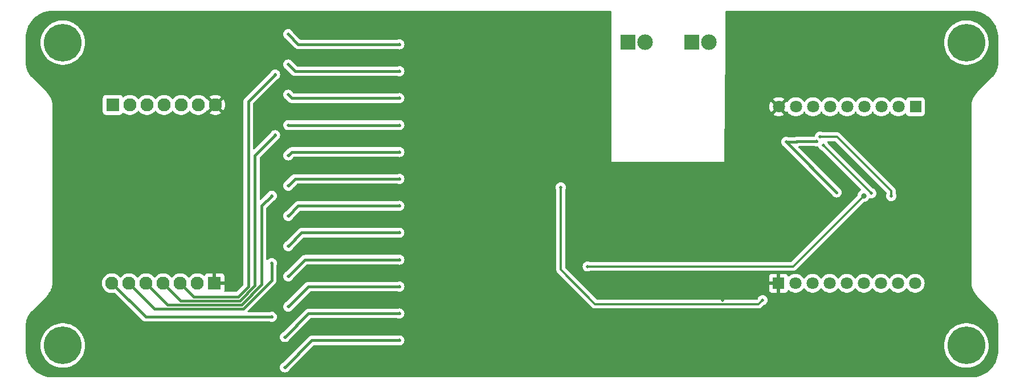
<source format=gbr>
%TF.GenerationSoftware,KiCad,Pcbnew,7.0.6*%
%TF.CreationDate,2023-08-31T22:42:43+02:00*%
%TF.ProjectId,BMS V1.0,424d5320-5631-42e3-902e-6b696361645f,rev?*%
%TF.SameCoordinates,Original*%
%TF.FileFunction,Copper,L2,Bot*%
%TF.FilePolarity,Positive*%
%FSLAX46Y46*%
G04 Gerber Fmt 4.6, Leading zero omitted, Abs format (unit mm)*
G04 Created by KiCad (PCBNEW 7.0.6) date 2023-08-31 22:42:43*
%MOMM*%
%LPD*%
G01*
G04 APERTURE LIST*
%TA.AperFunction,ComponentPad*%
%ADD10R,2.325000X2.325000*%
%TD*%
%TA.AperFunction,ComponentPad*%
%ADD11C,2.325000*%
%TD*%
%TA.AperFunction,ComponentPad*%
%ADD12C,5.600000*%
%TD*%
%TA.AperFunction,ComponentPad*%
%ADD13R,1.800000X1.800000*%
%TD*%
%TA.AperFunction,ComponentPad*%
%ADD14C,1.800000*%
%TD*%
%TA.AperFunction,ComponentPad*%
%ADD15R,1.950000X1.950000*%
%TD*%
%TA.AperFunction,ComponentPad*%
%ADD16C,1.950000*%
%TD*%
%TA.AperFunction,ViaPad*%
%ADD17C,0.500000*%
%TD*%
%TA.AperFunction,ViaPad*%
%ADD18C,0.800000*%
%TD*%
%TA.AperFunction,Conductor*%
%ADD19C,0.300000*%
%TD*%
%TA.AperFunction,Conductor*%
%ADD20C,0.400000*%
%TD*%
G04 APERTURE END LIST*
D10*
%TO.P,J3,1,Pin_1*%
%TO.N,Net-(J3-Pin_1)*%
X163000000Y-68155000D03*
D11*
%TO.P,J3,2,Pin_2*%
%TO.N,Net-(J3-Pin_2)*%
X165540000Y-68155000D03*
%TD*%
D12*
%TO.P,,1*%
%TO.N,N/C*%
X203750000Y-113250000D03*
%TD*%
%TO.P,,1*%
%TO.N,N/C*%
X69500000Y-113250000D03*
%TD*%
D13*
%TO.P,J5,1,Pin_1*%
%TO.N,/T16*%
X196200000Y-77775000D03*
D14*
%TO.P,J5,2,Pin_2*%
%TO.N,/T15*%
X193660000Y-77775000D03*
%TO.P,J5,3,Pin_3*%
%TO.N,/T14*%
X191120000Y-77775000D03*
%TO.P,J5,4,Pin_4*%
%TO.N,/T13*%
X188580000Y-77775000D03*
%TO.P,J5,5,Pin_5*%
%TO.N,/T12*%
X186040000Y-77775000D03*
%TO.P,J5,6,Pin_6*%
%TO.N,/T11*%
X183500000Y-77775000D03*
%TO.P,J5,7,Pin_7*%
%TO.N,/T10*%
X180960000Y-77775000D03*
%TO.P,J5,8,Pin_8*%
%TO.N,/T9*%
X178420000Y-77775000D03*
%TO.P,J5,9,Pin_9*%
%TO.N,-VDC*%
X175880000Y-77775000D03*
%TD*%
D13*
%TO.P,J4,1,Pin_1*%
%TO.N,-VDC*%
X175840000Y-104000000D03*
D14*
%TO.P,J4,2,Pin_2*%
%TO.N,/T8*%
X178380000Y-104000000D03*
%TO.P,J4,3,Pin_3*%
%TO.N,/T7*%
X180920000Y-104000000D03*
%TO.P,J4,4,Pin_4*%
%TO.N,/T6*%
X183460000Y-104000000D03*
%TO.P,J4,5,Pin_5*%
%TO.N,/T5*%
X186000000Y-104000000D03*
%TO.P,J4,6,Pin_6*%
%TO.N,/T4*%
X188540000Y-104000000D03*
%TO.P,J4,7,Pin_7*%
%TO.N,/T3*%
X191080000Y-104000000D03*
%TO.P,J4,8,Pin_8*%
%TO.N,/T2*%
X193620000Y-104000000D03*
%TO.P,J4,9,Pin_9*%
%TO.N,/T1*%
X196160000Y-104000000D03*
%TD*%
D15*
%TO.P,J6,1,Pin_1*%
%TO.N,/Cell 11*%
X76930000Y-77500000D03*
D16*
%TO.P,J6,2,Pin_2*%
%TO.N,/Cell 9*%
X79470000Y-77500000D03*
%TO.P,J6,3,Pin_3*%
%TO.N,/Cell 7*%
X82010000Y-77500000D03*
%TO.P,J6,4,Pin_4*%
%TO.N,/Cell 5*%
X84550000Y-77500000D03*
%TO.P,J6,5,Pin_5*%
%TO.N,/Cell 3*%
X87090000Y-77500000D03*
%TO.P,J6,6,Pin_6*%
%TO.N,/Cell 1*%
X89630000Y-77500000D03*
%TO.P,J6,7,Pin_7*%
%TO.N,-VDC*%
X92170000Y-77500000D03*
%TD*%
D10*
%TO.P,J1,1,Pin_1*%
%TO.N,Net-(J1-Pin_1)*%
X153460000Y-68155000D03*
D11*
%TO.P,J1,2,Pin_2*%
%TO.N,Net-(J1-Pin_2)*%
X156000000Y-68155000D03*
%TD*%
D12*
%TO.P,,1*%
%TO.N,N/C*%
X203750000Y-68250000D03*
%TD*%
%TO.P,REF\u002A\u002A,1*%
%TO.N,N/C*%
X69500000Y-68250000D03*
%TD*%
D15*
%TO.P,J2,1,Pin_1*%
%TO.N,-VDC*%
X92050000Y-104000000D03*
D16*
%TO.P,J2,2,Pin_2*%
%TO.N,+BATT*%
X89510000Y-104000000D03*
%TO.P,J2,3,Pin_3*%
%TO.N,/Cell 10*%
X86970000Y-104000000D03*
%TO.P,J2,4,Pin_4*%
%TO.N,/Cell 8*%
X84430000Y-104000000D03*
%TO.P,J2,5,Pin_5*%
%TO.N,/Cell 6*%
X81890000Y-104000000D03*
%TO.P,J2,6,Pin_6*%
%TO.N,/Cell 4*%
X79350000Y-104000000D03*
%TO.P,J2,7,Pin_7*%
%TO.N,/Cell 2*%
X76810000Y-104000000D03*
%TD*%
D17*
%TO.N,-VDC*%
X133750000Y-65000000D03*
%TO.N,+5V*%
X173500000Y-106500000D03*
X143500000Y-89750000D03*
X181500000Y-82925500D03*
X177000000Y-83000000D03*
X184500000Y-90500000D03*
%TO.N,-VDC*%
X149500000Y-82500000D03*
X159500000Y-99500000D03*
X140000000Y-76500000D03*
X187844425Y-81312811D03*
X178000000Y-74500000D03*
X185500000Y-100000000D03*
X176500000Y-99500000D03*
X138000000Y-108000000D03*
X157000000Y-95500000D03*
X195000000Y-88500000D03*
X167500000Y-106500000D03*
%TO.N,/VREF2*%
X147500000Y-101500000D03*
D18*
X188500000Y-91000000D03*
D17*
%TO.N,/SCL*%
X182000000Y-82225000D03*
X192602012Y-91057008D03*
%TO.N,/SDA*%
X189635627Y-90635627D03*
X182500000Y-83525000D03*
%TO.N,/Cell 10*%
X101050000Y-73000000D03*
%TO.N,/Cell 8*%
X101050000Y-82000000D03*
%TO.N,/Cell 6*%
X100550000Y-91000000D03*
%TO.N,/Cell 4*%
X100550000Y-101000000D03*
%TO.N,/Cell 2*%
X100550000Y-109000000D03*
%TO.N,Net-(Q1-G)*%
X119500000Y-108500000D03*
X102500000Y-112000000D03*
%TO.N,Net-(Q2-G)*%
X119500000Y-104500000D03*
X103000000Y-107500000D03*
%TO.N,Net-(Q3-G)*%
X103000000Y-103000000D03*
X119500000Y-100500000D03*
%TO.N,Net-(Q4-G)*%
X119500000Y-96500000D03*
X103000000Y-98500000D03*
%TO.N,Net-(Q5-G)*%
X103000000Y-94000000D03*
X119500000Y-92500000D03*
%TO.N,Net-(Q6-G)*%
X119500000Y-88500000D03*
X103000000Y-89500000D03*
%TO.N,Net-(Q7-G)*%
X103000000Y-85000000D03*
X119500000Y-84500000D03*
%TO.N,Net-(Q8-G)*%
X103000000Y-80500000D03*
X119500000Y-80500000D03*
%TO.N,Net-(Q9-G)*%
X119500000Y-76500000D03*
X103000000Y-76000000D03*
%TO.N,Net-(Q10-G)*%
X103000000Y-71500000D03*
X119500000Y-72500000D03*
%TO.N,Net-(Q11-G)*%
X119500000Y-68500000D03*
X103000000Y-67000000D03*
%TO.N,Net-(Q12-G)*%
X119500000Y-112500000D03*
X102500000Y-116500000D03*
%TD*%
D19*
%TO.N,+5V*%
X172900000Y-107100000D02*
X173500000Y-106500000D01*
X143500000Y-102000000D02*
X148600000Y-107100000D01*
X148600000Y-107100000D02*
X172900000Y-107100000D01*
X143500000Y-89750000D02*
X143500000Y-102000000D01*
D20*
X178574500Y-82925500D02*
X178500000Y-83000000D01*
X181500000Y-82925500D02*
X178574500Y-82925500D01*
X184500000Y-90500000D02*
X177000000Y-83000000D01*
X178500000Y-83000000D02*
X177000000Y-83000000D01*
D19*
%TO.N,/VREF2*%
X178000500Y-101499500D02*
X188500000Y-91000000D01*
X147500000Y-101499500D02*
X178000500Y-101499500D01*
%TO.N,/SCL*%
X182000000Y-82225000D02*
X184564592Y-82225000D01*
X184564592Y-82225000D02*
X192602012Y-90262420D01*
X192602012Y-90262420D02*
X192602012Y-91057008D01*
%TO.N,/SDA*%
X189610627Y-90635627D02*
X182500000Y-83525000D01*
X189635627Y-90635627D02*
X189610627Y-90635627D01*
D20*
%TO.N,/Cell 10*%
X101050000Y-73000000D02*
X97050000Y-77000000D01*
X88970000Y-106000000D02*
X86970000Y-104000000D01*
X97050000Y-77000000D02*
X97050000Y-104500000D01*
X95550000Y-106000000D02*
X88970000Y-106000000D01*
X97050000Y-104500000D02*
X95550000Y-106000000D01*
%TO.N,/Cell 8*%
X98050000Y-85000000D02*
X98050000Y-104348528D01*
X98050000Y-104348528D02*
X95798528Y-106600000D01*
X87030000Y-106600000D02*
X84430000Y-104000000D01*
X101050000Y-82000000D02*
X98050000Y-85000000D01*
X95798528Y-106600000D02*
X87030000Y-106600000D01*
%TO.N,/Cell 6*%
X96047056Y-107200000D02*
X85090000Y-107200000D01*
X100550000Y-91000000D02*
X99050000Y-92500000D01*
X99050000Y-104197056D02*
X96047056Y-107200000D01*
X99050000Y-92500000D02*
X99050000Y-104197056D01*
X85090000Y-107200000D02*
X81890000Y-104000000D01*
%TO.N,/Cell 4*%
X100550000Y-103545584D02*
X96295584Y-107800000D01*
X100550000Y-101000000D02*
X100550000Y-103545584D01*
X96295584Y-107800000D02*
X83150000Y-107800000D01*
X83150000Y-107800000D02*
X79350000Y-104000000D01*
%TO.N,/Cell 2*%
X100550000Y-109000000D02*
X81810000Y-109000000D01*
X81810000Y-109000000D02*
X76810000Y-104000000D01*
%TO.N,Net-(Q1-G)*%
X106000000Y-108500000D02*
X102500000Y-112000000D01*
X119500000Y-108500000D02*
X106000000Y-108500000D01*
%TO.N,Net-(Q2-G)*%
X106000000Y-104500000D02*
X103000000Y-107500000D01*
X119500000Y-104500000D02*
X106000000Y-104500000D01*
%TO.N,Net-(Q3-G)*%
X105500000Y-100500000D02*
X103000000Y-103000000D01*
X119500000Y-100500000D02*
X105500000Y-100500000D01*
%TO.N,Net-(Q4-G)*%
X105000000Y-96500000D02*
X103000000Y-98500000D01*
X119500000Y-96500000D02*
X105000000Y-96500000D01*
%TO.N,Net-(Q5-G)*%
X104500000Y-92500000D02*
X103000000Y-94000000D01*
X119500000Y-92500000D02*
X104500000Y-92500000D01*
%TO.N,Net-(Q6-G)*%
X104000000Y-88500000D02*
X103000000Y-89500000D01*
X119500000Y-88500000D02*
X104000000Y-88500000D01*
%TO.N,Net-(Q7-G)*%
X103500000Y-84500000D02*
X103000000Y-85000000D01*
X119500000Y-84500000D02*
X103500000Y-84500000D01*
%TO.N,Net-(Q8-G)*%
X119500000Y-80500000D02*
X103000000Y-80500000D01*
%TO.N,Net-(Q9-G)*%
X103500000Y-76500000D02*
X103000000Y-76000000D01*
X119500000Y-76500000D02*
X103500000Y-76500000D01*
%TO.N,Net-(Q10-G)*%
X104000000Y-72500000D02*
X103000000Y-71500000D01*
X119500000Y-72500000D02*
X104000000Y-72500000D01*
%TO.N,Net-(Q11-G)*%
X104500000Y-68500000D02*
X103000000Y-67000000D01*
X119500000Y-68500000D02*
X104500000Y-68500000D01*
%TO.N,Net-(Q12-G)*%
X106500000Y-112500000D02*
X102500000Y-116500000D01*
X119500000Y-112500000D02*
X106500000Y-112500000D01*
%TD*%
%TA.AperFunction,Conductor*%
%TO.N,-VDC*%
G36*
X150943039Y-63520185D02*
G01*
X150988794Y-63572989D01*
X151000000Y-63624500D01*
X151000000Y-86000000D01*
X167750000Y-86000000D01*
X167768672Y-84319539D01*
X167841389Y-77775005D01*
X174475202Y-77775005D01*
X174494361Y-78006218D01*
X174551317Y-78231135D01*
X174644516Y-78443609D01*
X174728811Y-78572633D01*
X175317226Y-77984219D01*
X175355901Y-78077588D01*
X175452075Y-78202925D01*
X175577412Y-78299099D01*
X175670779Y-78337772D01*
X175081199Y-78927351D01*
X175111650Y-78951050D01*
X175315697Y-79061476D01*
X175315706Y-79061479D01*
X175535139Y-79136811D01*
X175763993Y-79175000D01*
X175996007Y-79175000D01*
X176224860Y-79136811D01*
X176444293Y-79061479D01*
X176444302Y-79061476D01*
X176648350Y-78951050D01*
X176678798Y-78927351D01*
X176089220Y-78337773D01*
X176182588Y-78299099D01*
X176307925Y-78202925D01*
X176404099Y-78077589D01*
X176442773Y-77984220D01*
X177031186Y-78572634D01*
X177045892Y-78550126D01*
X177099038Y-78504769D01*
X177168269Y-78495345D01*
X177231605Y-78524847D01*
X177253510Y-78550126D01*
X177311016Y-78638147D01*
X177311019Y-78638151D01*
X177311021Y-78638153D01*
X177468216Y-78808913D01*
X177468219Y-78808915D01*
X177468222Y-78808918D01*
X177651365Y-78951464D01*
X177651371Y-78951468D01*
X177651374Y-78951470D01*
X177801185Y-79032544D01*
X177854652Y-79061479D01*
X177855497Y-79061936D01*
X177969487Y-79101068D01*
X178075015Y-79137297D01*
X178075017Y-79137297D01*
X178075019Y-79137298D01*
X178303951Y-79175500D01*
X178303952Y-79175500D01*
X178536048Y-79175500D01*
X178536049Y-79175500D01*
X178764981Y-79137298D01*
X178984503Y-79061936D01*
X179188626Y-78951470D01*
X179230605Y-78918797D01*
X179311471Y-78855856D01*
X179371784Y-78808913D01*
X179528979Y-78638153D01*
X179586191Y-78550582D01*
X179639337Y-78505226D01*
X179708568Y-78495802D01*
X179771904Y-78525304D01*
X179793809Y-78550583D01*
X179851016Y-78638147D01*
X179851019Y-78638151D01*
X179851021Y-78638153D01*
X180008216Y-78808913D01*
X180008219Y-78808915D01*
X180008222Y-78808918D01*
X180191365Y-78951464D01*
X180191371Y-78951468D01*
X180191374Y-78951470D01*
X180341185Y-79032544D01*
X180394652Y-79061479D01*
X180395497Y-79061936D01*
X180509487Y-79101068D01*
X180615015Y-79137297D01*
X180615017Y-79137297D01*
X180615019Y-79137298D01*
X180843951Y-79175500D01*
X180843952Y-79175500D01*
X181076048Y-79175500D01*
X181076049Y-79175500D01*
X181304981Y-79137298D01*
X181524503Y-79061936D01*
X181728626Y-78951470D01*
X181770605Y-78918797D01*
X181851471Y-78855856D01*
X181911784Y-78808913D01*
X182068979Y-78638153D01*
X182126191Y-78550582D01*
X182179337Y-78505226D01*
X182248568Y-78495802D01*
X182311904Y-78525304D01*
X182333809Y-78550583D01*
X182391016Y-78638147D01*
X182391019Y-78638151D01*
X182391021Y-78638153D01*
X182548216Y-78808913D01*
X182548219Y-78808915D01*
X182548222Y-78808918D01*
X182731365Y-78951464D01*
X182731371Y-78951468D01*
X182731374Y-78951470D01*
X182881185Y-79032544D01*
X182934652Y-79061479D01*
X182935497Y-79061936D01*
X183049487Y-79101068D01*
X183155015Y-79137297D01*
X183155017Y-79137297D01*
X183155019Y-79137298D01*
X183383951Y-79175500D01*
X183383952Y-79175500D01*
X183616048Y-79175500D01*
X183616049Y-79175500D01*
X183844981Y-79137298D01*
X184064503Y-79061936D01*
X184268626Y-78951470D01*
X184310605Y-78918797D01*
X184391471Y-78855856D01*
X184451784Y-78808913D01*
X184608979Y-78638153D01*
X184666191Y-78550582D01*
X184719337Y-78505226D01*
X184788568Y-78495802D01*
X184851904Y-78525304D01*
X184873809Y-78550583D01*
X184931016Y-78638147D01*
X184931019Y-78638151D01*
X184931021Y-78638153D01*
X185088216Y-78808913D01*
X185088219Y-78808915D01*
X185088222Y-78808918D01*
X185271365Y-78951464D01*
X185271371Y-78951468D01*
X185271374Y-78951470D01*
X185421185Y-79032544D01*
X185474652Y-79061479D01*
X185475497Y-79061936D01*
X185589487Y-79101068D01*
X185695015Y-79137297D01*
X185695017Y-79137297D01*
X185695019Y-79137298D01*
X185923951Y-79175500D01*
X185923952Y-79175500D01*
X186156048Y-79175500D01*
X186156049Y-79175500D01*
X186384981Y-79137298D01*
X186604503Y-79061936D01*
X186808626Y-78951470D01*
X186850605Y-78918797D01*
X186931471Y-78855856D01*
X186991784Y-78808913D01*
X187148979Y-78638153D01*
X187206191Y-78550582D01*
X187259337Y-78505226D01*
X187328568Y-78495802D01*
X187391904Y-78525304D01*
X187413809Y-78550583D01*
X187471016Y-78638147D01*
X187471019Y-78638151D01*
X187471021Y-78638153D01*
X187628216Y-78808913D01*
X187628219Y-78808915D01*
X187628222Y-78808918D01*
X187811365Y-78951464D01*
X187811371Y-78951468D01*
X187811374Y-78951470D01*
X187961185Y-79032544D01*
X188014652Y-79061479D01*
X188015497Y-79061936D01*
X188129487Y-79101068D01*
X188235015Y-79137297D01*
X188235017Y-79137297D01*
X188235019Y-79137298D01*
X188463951Y-79175500D01*
X188463952Y-79175500D01*
X188696048Y-79175500D01*
X188696049Y-79175500D01*
X188924981Y-79137298D01*
X189144503Y-79061936D01*
X189348626Y-78951470D01*
X189390605Y-78918797D01*
X189471471Y-78855856D01*
X189531784Y-78808913D01*
X189688979Y-78638153D01*
X189746191Y-78550582D01*
X189799337Y-78505226D01*
X189868568Y-78495802D01*
X189931904Y-78525304D01*
X189953809Y-78550583D01*
X190011016Y-78638147D01*
X190011019Y-78638151D01*
X190011021Y-78638153D01*
X190168216Y-78808913D01*
X190168219Y-78808915D01*
X190168222Y-78808918D01*
X190351365Y-78951464D01*
X190351371Y-78951468D01*
X190351374Y-78951470D01*
X190501185Y-79032544D01*
X190554652Y-79061479D01*
X190555497Y-79061936D01*
X190669487Y-79101068D01*
X190775015Y-79137297D01*
X190775017Y-79137297D01*
X190775019Y-79137298D01*
X191003951Y-79175500D01*
X191003952Y-79175500D01*
X191236048Y-79175500D01*
X191236049Y-79175500D01*
X191464981Y-79137298D01*
X191684503Y-79061936D01*
X191888626Y-78951470D01*
X191930605Y-78918797D01*
X192011471Y-78855856D01*
X192071784Y-78808913D01*
X192228979Y-78638153D01*
X192286191Y-78550582D01*
X192339337Y-78505226D01*
X192408568Y-78495802D01*
X192471904Y-78525304D01*
X192493809Y-78550583D01*
X192551016Y-78638147D01*
X192551019Y-78638151D01*
X192551021Y-78638153D01*
X192708216Y-78808913D01*
X192708219Y-78808915D01*
X192708222Y-78808918D01*
X192891365Y-78951464D01*
X192891371Y-78951468D01*
X192891374Y-78951470D01*
X193041185Y-79032544D01*
X193094652Y-79061479D01*
X193095497Y-79061936D01*
X193209487Y-79101068D01*
X193315015Y-79137297D01*
X193315017Y-79137297D01*
X193315019Y-79137298D01*
X193543951Y-79175500D01*
X193543952Y-79175500D01*
X193776048Y-79175500D01*
X193776049Y-79175500D01*
X194004981Y-79137298D01*
X194224503Y-79061936D01*
X194428626Y-78951470D01*
X194470605Y-78918797D01*
X194551471Y-78855856D01*
X194611784Y-78808913D01*
X194620130Y-78799846D01*
X194680010Y-78763854D01*
X194749849Y-78765949D01*
X194807468Y-78805469D01*
X194827544Y-78840491D01*
X194856203Y-78917330D01*
X194856206Y-78917335D01*
X194942452Y-79032544D01*
X194942455Y-79032547D01*
X195057664Y-79118793D01*
X195057671Y-79118797D01*
X195192517Y-79169091D01*
X195192516Y-79169091D01*
X195199444Y-79169835D01*
X195252127Y-79175500D01*
X197147872Y-79175499D01*
X197207483Y-79169091D01*
X197342331Y-79118796D01*
X197457546Y-79032546D01*
X197543796Y-78917331D01*
X197594091Y-78782483D01*
X197600500Y-78722873D01*
X197600499Y-76827128D01*
X197594091Y-76767517D01*
X197584233Y-76741087D01*
X197543797Y-76632671D01*
X197543793Y-76632664D01*
X197457547Y-76517455D01*
X197457544Y-76517452D01*
X197342335Y-76431206D01*
X197342328Y-76431202D01*
X197207482Y-76380908D01*
X197207483Y-76380908D01*
X197147883Y-76374501D01*
X197147881Y-76374500D01*
X197147873Y-76374500D01*
X197147864Y-76374500D01*
X195252129Y-76374500D01*
X195252123Y-76374501D01*
X195192516Y-76380908D01*
X195057671Y-76431202D01*
X195057664Y-76431206D01*
X194942455Y-76517452D01*
X194942452Y-76517455D01*
X194856206Y-76632664D01*
X194856203Y-76632670D01*
X194827544Y-76709508D01*
X194785672Y-76765441D01*
X194720208Y-76789858D01*
X194651935Y-76775006D01*
X194620135Y-76750158D01*
X194611784Y-76741087D01*
X194611778Y-76741082D01*
X194611777Y-76741081D01*
X194428634Y-76598535D01*
X194428628Y-76598531D01*
X194224504Y-76488064D01*
X194224495Y-76488061D01*
X194004984Y-76412702D01*
X193814450Y-76380908D01*
X193776049Y-76374500D01*
X193543951Y-76374500D01*
X193505550Y-76380908D01*
X193315015Y-76412702D01*
X193095504Y-76488061D01*
X193095495Y-76488064D01*
X192891371Y-76598531D01*
X192891365Y-76598535D01*
X192708222Y-76741081D01*
X192708219Y-76741084D01*
X192708216Y-76741086D01*
X192708216Y-76741087D01*
X192653944Y-76800042D01*
X192551016Y-76911852D01*
X192493809Y-76999416D01*
X192440662Y-77044773D01*
X192371431Y-77054197D01*
X192308095Y-77024695D01*
X192286191Y-76999416D01*
X192228983Y-76911852D01*
X192228980Y-76911849D01*
X192228979Y-76911847D01*
X192071784Y-76741087D01*
X192071779Y-76741083D01*
X192071777Y-76741081D01*
X191888634Y-76598535D01*
X191888628Y-76598531D01*
X191684504Y-76488064D01*
X191684495Y-76488061D01*
X191464984Y-76412702D01*
X191274450Y-76380908D01*
X191236049Y-76374500D01*
X191003951Y-76374500D01*
X190965550Y-76380908D01*
X190775015Y-76412702D01*
X190555504Y-76488061D01*
X190555495Y-76488064D01*
X190351371Y-76598531D01*
X190351365Y-76598535D01*
X190168222Y-76741081D01*
X190168219Y-76741084D01*
X190168216Y-76741086D01*
X190168216Y-76741087D01*
X190113944Y-76800042D01*
X190011016Y-76911852D01*
X189953809Y-76999416D01*
X189900662Y-77044773D01*
X189831431Y-77054197D01*
X189768095Y-77024695D01*
X189746191Y-76999416D01*
X189688983Y-76911852D01*
X189688980Y-76911849D01*
X189688979Y-76911847D01*
X189531784Y-76741087D01*
X189531779Y-76741083D01*
X189531777Y-76741081D01*
X189348634Y-76598535D01*
X189348628Y-76598531D01*
X189144504Y-76488064D01*
X189144495Y-76488061D01*
X188924984Y-76412702D01*
X188734450Y-76380908D01*
X188696049Y-76374500D01*
X188463951Y-76374500D01*
X188425550Y-76380908D01*
X188235015Y-76412702D01*
X188015504Y-76488061D01*
X188015495Y-76488064D01*
X187811371Y-76598531D01*
X187811365Y-76598535D01*
X187628222Y-76741081D01*
X187628219Y-76741084D01*
X187628216Y-76741086D01*
X187628216Y-76741087D01*
X187573944Y-76800042D01*
X187471016Y-76911852D01*
X187413809Y-76999416D01*
X187360662Y-77044773D01*
X187291431Y-77054197D01*
X187228095Y-77024695D01*
X187206191Y-76999416D01*
X187148983Y-76911852D01*
X187148980Y-76911849D01*
X187148979Y-76911847D01*
X186991784Y-76741087D01*
X186991779Y-76741083D01*
X186991777Y-76741081D01*
X186808634Y-76598535D01*
X186808628Y-76598531D01*
X186604504Y-76488064D01*
X186604495Y-76488061D01*
X186384984Y-76412702D01*
X186194450Y-76380908D01*
X186156049Y-76374500D01*
X185923951Y-76374500D01*
X185885550Y-76380908D01*
X185695015Y-76412702D01*
X185475504Y-76488061D01*
X185475495Y-76488064D01*
X185271371Y-76598531D01*
X185271365Y-76598535D01*
X185088222Y-76741081D01*
X185088219Y-76741084D01*
X185088216Y-76741086D01*
X185088216Y-76741087D01*
X185033944Y-76800042D01*
X184931016Y-76911852D01*
X184873809Y-76999416D01*
X184820662Y-77044773D01*
X184751431Y-77054197D01*
X184688095Y-77024695D01*
X184666191Y-76999416D01*
X184608983Y-76911852D01*
X184608980Y-76911849D01*
X184608979Y-76911847D01*
X184451784Y-76741087D01*
X184451779Y-76741083D01*
X184451777Y-76741081D01*
X184268634Y-76598535D01*
X184268628Y-76598531D01*
X184064504Y-76488064D01*
X184064495Y-76488061D01*
X183844984Y-76412702D01*
X183654450Y-76380908D01*
X183616049Y-76374500D01*
X183383951Y-76374500D01*
X183345550Y-76380908D01*
X183155015Y-76412702D01*
X182935504Y-76488061D01*
X182935495Y-76488064D01*
X182731371Y-76598531D01*
X182731365Y-76598535D01*
X182548222Y-76741081D01*
X182548219Y-76741084D01*
X182548216Y-76741086D01*
X182548216Y-76741087D01*
X182493944Y-76800042D01*
X182391016Y-76911852D01*
X182333809Y-76999416D01*
X182280662Y-77044773D01*
X182211431Y-77054197D01*
X182148095Y-77024695D01*
X182126191Y-76999416D01*
X182068983Y-76911852D01*
X182068980Y-76911849D01*
X182068979Y-76911847D01*
X181911784Y-76741087D01*
X181911779Y-76741083D01*
X181911777Y-76741081D01*
X181728634Y-76598535D01*
X181728628Y-76598531D01*
X181524504Y-76488064D01*
X181524495Y-76488061D01*
X181304984Y-76412702D01*
X181114450Y-76380908D01*
X181076049Y-76374500D01*
X180843951Y-76374500D01*
X180805550Y-76380908D01*
X180615015Y-76412702D01*
X180395504Y-76488061D01*
X180395495Y-76488064D01*
X180191371Y-76598531D01*
X180191365Y-76598535D01*
X180008222Y-76741081D01*
X180008219Y-76741084D01*
X180008216Y-76741086D01*
X180008216Y-76741087D01*
X179953944Y-76800042D01*
X179851016Y-76911852D01*
X179793809Y-76999416D01*
X179740662Y-77044773D01*
X179671431Y-77054197D01*
X179608095Y-77024695D01*
X179586191Y-76999416D01*
X179528983Y-76911852D01*
X179528980Y-76911849D01*
X179528979Y-76911847D01*
X179371784Y-76741087D01*
X179371779Y-76741083D01*
X179371777Y-76741081D01*
X179188634Y-76598535D01*
X179188628Y-76598531D01*
X178984504Y-76488064D01*
X178984495Y-76488061D01*
X178764984Y-76412702D01*
X178574450Y-76380908D01*
X178536049Y-76374500D01*
X178303951Y-76374500D01*
X178265550Y-76380908D01*
X178075015Y-76412702D01*
X177855504Y-76488061D01*
X177855495Y-76488064D01*
X177651371Y-76598531D01*
X177651365Y-76598535D01*
X177468222Y-76741081D01*
X177468219Y-76741084D01*
X177468216Y-76741086D01*
X177468216Y-76741087D01*
X177330358Y-76890842D01*
X177311015Y-76911854D01*
X177253509Y-76999874D01*
X177200363Y-77045230D01*
X177131132Y-77054654D01*
X177067796Y-77025152D01*
X177045892Y-76999873D01*
X177031186Y-76977364D01*
X176442772Y-77565778D01*
X176404099Y-77472412D01*
X176307925Y-77347075D01*
X176182588Y-77250901D01*
X176089220Y-77212227D01*
X176678799Y-76622648D01*
X176678799Y-76622647D01*
X176648349Y-76598949D01*
X176444302Y-76488523D01*
X176444293Y-76488520D01*
X176224860Y-76413188D01*
X175996007Y-76375000D01*
X175763993Y-76375000D01*
X175535139Y-76413188D01*
X175315706Y-76488520D01*
X175315698Y-76488523D01*
X175111644Y-76598952D01*
X175081200Y-76622646D01*
X175081200Y-76622647D01*
X175670779Y-77212226D01*
X175577412Y-77250901D01*
X175452075Y-77347075D01*
X175355901Y-77472411D01*
X175317227Y-77565779D01*
X174728812Y-76977365D01*
X174644516Y-77106391D01*
X174644514Y-77106395D01*
X174551317Y-77318864D01*
X174494361Y-77543781D01*
X174475202Y-77774994D01*
X174475202Y-77775005D01*
X167841389Y-77775005D01*
X167947222Y-68250002D01*
X200444652Y-68250002D01*
X200464028Y-68607368D01*
X200464029Y-68607385D01*
X200521926Y-68960539D01*
X200521932Y-68960565D01*
X200617672Y-69305392D01*
X200617674Y-69305399D01*
X200750142Y-69637870D01*
X200750151Y-69637888D01*
X200917784Y-69954077D01*
X200917790Y-69954086D01*
X201118634Y-70250309D01*
X201118641Y-70250319D01*
X201350331Y-70523085D01*
X201350332Y-70523086D01*
X201610163Y-70769211D01*
X201895081Y-70985800D01*
X202201747Y-71170315D01*
X202201749Y-71170316D01*
X202201751Y-71170317D01*
X202201755Y-71170319D01*
X202393163Y-71258873D01*
X202526565Y-71320591D01*
X202865726Y-71434868D01*
X203215254Y-71511805D01*
X203571052Y-71550500D01*
X203571058Y-71550500D01*
X203928942Y-71550500D01*
X203928948Y-71550500D01*
X204284746Y-71511805D01*
X204634274Y-71434868D01*
X204973435Y-71320591D01*
X205298253Y-71170315D01*
X205604919Y-70985800D01*
X205889837Y-70769211D01*
X206149668Y-70523086D01*
X206381365Y-70250311D01*
X206582211Y-69954085D01*
X206749853Y-69637880D01*
X206882324Y-69305403D01*
X206978071Y-68960552D01*
X207035972Y-68607371D01*
X207055348Y-68250000D01*
X207035972Y-67892629D01*
X207023990Y-67819544D01*
X206978073Y-67539460D01*
X206978072Y-67539459D01*
X206978071Y-67539448D01*
X206919277Y-67327690D01*
X206882327Y-67194607D01*
X206882325Y-67194600D01*
X206749857Y-66862129D01*
X206749848Y-66862111D01*
X206582215Y-66545922D01*
X206582213Y-66545919D01*
X206582211Y-66545915D01*
X206381365Y-66249689D01*
X206381361Y-66249684D01*
X206381358Y-66249680D01*
X206149668Y-65976914D01*
X206005707Y-65840547D01*
X205889837Y-65730789D01*
X205889830Y-65730783D01*
X205889827Y-65730781D01*
X205809043Y-65669371D01*
X205604919Y-65514200D01*
X205298253Y-65329685D01*
X205298252Y-65329684D01*
X205298248Y-65329682D01*
X205298244Y-65329680D01*
X204973447Y-65179414D01*
X204973441Y-65179411D01*
X204973435Y-65179409D01*
X204803854Y-65122270D01*
X204634273Y-65065131D01*
X204284744Y-64988194D01*
X203928949Y-64949500D01*
X203928948Y-64949500D01*
X203571052Y-64949500D01*
X203571050Y-64949500D01*
X203215255Y-64988194D01*
X202865726Y-65065131D01*
X202609970Y-65151306D01*
X202526565Y-65179409D01*
X202526562Y-65179410D01*
X202526563Y-65179410D01*
X202526552Y-65179414D01*
X202201755Y-65329680D01*
X202201751Y-65329682D01*
X201973367Y-65467096D01*
X201895081Y-65514200D01*
X201806768Y-65581333D01*
X201610172Y-65730781D01*
X201610163Y-65730789D01*
X201350331Y-65976914D01*
X201118641Y-66249680D01*
X201118634Y-66249690D01*
X200917790Y-66545913D01*
X200917784Y-66545922D01*
X200750151Y-66862111D01*
X200750142Y-66862129D01*
X200617674Y-67194600D01*
X200617672Y-67194607D01*
X200521932Y-67539434D01*
X200521926Y-67539460D01*
X200464029Y-67892614D01*
X200464028Y-67892631D01*
X200444652Y-68249997D01*
X200444652Y-68250002D01*
X167947222Y-68250002D01*
X167998632Y-63623122D01*
X168019060Y-63556306D01*
X168072369Y-63511140D01*
X168122624Y-63500500D01*
X204498560Y-63500500D01*
X204501423Y-63500566D01*
X204540986Y-63502394D01*
X204672950Y-63508495D01*
X204872549Y-63518302D01*
X204878048Y-63518819D01*
X205063357Y-63544668D01*
X205249828Y-63572329D01*
X205254871Y-63573294D01*
X205439341Y-63616681D01*
X205620221Y-63661989D01*
X205624797Y-63663327D01*
X205805568Y-63723916D01*
X205980339Y-63786450D01*
X205984471Y-63788100D01*
X206042986Y-63813936D01*
X206159474Y-63865370D01*
X206326973Y-63944592D01*
X206330601Y-63946457D01*
X206498128Y-64039770D01*
X206498142Y-64039778D01*
X206656964Y-64134972D01*
X206660119Y-64136996D01*
X206818603Y-64245559D01*
X206967377Y-64355897D01*
X206970001Y-64357957D01*
X207118027Y-64480876D01*
X207255321Y-64605314D01*
X207257514Y-64607402D01*
X207392596Y-64742484D01*
X207394695Y-64744688D01*
X207519129Y-64881980D01*
X207642034Y-65029989D01*
X207644109Y-65032632D01*
X207754443Y-65181400D01*
X207863002Y-65339879D01*
X207865032Y-65343044D01*
X207960221Y-65501857D01*
X208053527Y-65669371D01*
X208055410Y-65673034D01*
X208134638Y-65840547D01*
X208211899Y-66015527D01*
X208213558Y-66019685D01*
X208276093Y-66194459D01*
X208336662Y-66375173D01*
X208338018Y-66379812D01*
X208383317Y-66560654D01*
X208426696Y-66745090D01*
X208427672Y-66750189D01*
X208455337Y-66936689D01*
X208481177Y-67121933D01*
X208481697Y-67127459D01*
X208491512Y-67327238D01*
X208499434Y-67498575D01*
X208499500Y-67501439D01*
X208499500Y-71255831D01*
X208499425Y-71258873D01*
X208495963Y-71329368D01*
X208482739Y-71565240D01*
X208482165Y-71570869D01*
X208462864Y-71700996D01*
X208432778Y-71878060D01*
X208431796Y-71882741D01*
X208397342Y-72020291D01*
X208350081Y-72184334D01*
X208348879Y-72188059D01*
X208300457Y-72323386D01*
X208299362Y-72326226D01*
X208235256Y-72480985D01*
X208234023Y-72483767D01*
X208172556Y-72613721D01*
X208170772Y-72617204D01*
X208088205Y-72766594D01*
X208015291Y-72888236D01*
X208012676Y-72892240D01*
X207908762Y-73038687D01*
X207830353Y-73144400D01*
X207826782Y-73148782D01*
X207671652Y-73322361D01*
X207621556Y-73377630D01*
X207619459Y-73379833D01*
X205408674Y-75590616D01*
X205403676Y-75593344D01*
X205385783Y-75613370D01*
X205383393Y-75615897D01*
X205369965Y-75629326D01*
X205369760Y-75629574D01*
X205274110Y-75725217D01*
X205159690Y-75864628D01*
X205159687Y-75864634D01*
X205141918Y-75886284D01*
X205096798Y-75936779D01*
X205090776Y-75948598D01*
X205087084Y-75953095D01*
X205087075Y-75953108D01*
X204968050Y-76131232D01*
X204968048Y-76131233D01*
X204968040Y-76131247D01*
X204925205Y-76195351D01*
X204921645Y-76200367D01*
X204920837Y-76202805D01*
X204809604Y-76410897D01*
X204809241Y-76411265D01*
X204807967Y-76413961D01*
X204784314Y-76458209D01*
X204784307Y-76458226D01*
X204775882Y-76478563D01*
X204773605Y-76483290D01*
X204773235Y-76484955D01*
X204771758Y-76488520D01*
X204692254Y-76680456D01*
X204682559Y-76703860D01*
X204681831Y-76704762D01*
X204679912Y-76710248D01*
X204671486Y-76730591D01*
X204656919Y-76778608D01*
X204655999Y-76781177D01*
X204655912Y-76781927D01*
X204587415Y-77007727D01*
X204586390Y-77009291D01*
X204585248Y-77016012D01*
X204570191Y-77091708D01*
X204570191Y-77091709D01*
X204528391Y-77301855D01*
X204528391Y-77301856D01*
X204527823Y-77307624D01*
X204523875Y-77317397D01*
X204519915Y-77387921D01*
X204517178Y-77415724D01*
X204517174Y-77415753D01*
X204499499Y-77595237D01*
X204499500Y-77742641D01*
X204499500Y-77749799D01*
X204499402Y-77753275D01*
X204497877Y-77780438D01*
X204499500Y-77788967D01*
X204499500Y-103714258D01*
X204497884Y-103719759D01*
X204499402Y-103746740D01*
X204499500Y-103750221D01*
X204499500Y-103769142D01*
X204499527Y-103769433D01*
X204499527Y-103843369D01*
X204499527Y-103904763D01*
X204499996Y-103909523D01*
X204517239Y-104084639D01*
X204519950Y-104112166D01*
X204523751Y-104179759D01*
X204527848Y-104192366D01*
X204528416Y-104198139D01*
X204528418Y-104198152D01*
X204570219Y-104408307D01*
X204570218Y-104408309D01*
X204585261Y-104483937D01*
X204586286Y-104489970D01*
X204587434Y-104492258D01*
X204655936Y-104718088D01*
X204655940Y-104718602D01*
X204656937Y-104721388D01*
X204671503Y-104769408D01*
X204671507Y-104769419D01*
X204671508Y-104769423D01*
X204679933Y-104789762D01*
X204681661Y-104794701D01*
X204682570Y-104796129D01*
X204773252Y-105015062D01*
X204773375Y-105016210D01*
X204775886Y-105021423D01*
X204784316Y-105041774D01*
X204784320Y-105041784D01*
X204807982Y-105086054D01*
X204809136Y-105088494D01*
X204809602Y-105089084D01*
X204920842Y-105297205D01*
X204921223Y-105299037D01*
X204925200Y-105304643D01*
X204963723Y-105362298D01*
X204968044Y-105368764D01*
X204968054Y-105368780D01*
X205087063Y-105546895D01*
X205087074Y-105546911D01*
X205090748Y-105551387D01*
X205094866Y-105561085D01*
X205141900Y-105613718D01*
X205159415Y-105635060D01*
X205274096Y-105774801D01*
X205371188Y-105871894D01*
X205371195Y-105871903D01*
X205383396Y-105884104D01*
X205385786Y-105886632D01*
X205403854Y-105906851D01*
X205411012Y-105911720D01*
X207619885Y-108120593D01*
X207621984Y-108122798D01*
X207669422Y-108175138D01*
X207826820Y-108351241D01*
X207830394Y-108355627D01*
X207908738Y-108461264D01*
X208012684Y-108607764D01*
X208015292Y-108611758D01*
X208049036Y-108668056D01*
X208088183Y-108733371D01*
X208170791Y-108882844D01*
X208172549Y-108886276D01*
X208220442Y-108987541D01*
X208233996Y-109016199D01*
X208235229Y-109018981D01*
X208299345Y-109173775D01*
X208300440Y-109176614D01*
X208348860Y-109311944D01*
X208350062Y-109315669D01*
X208397323Y-109479724D01*
X208431770Y-109617252D01*
X208432753Y-109621933D01*
X208462843Y-109799045D01*
X208482140Y-109929146D01*
X208482714Y-109934769D01*
X208495777Y-110167428D01*
X208499425Y-110241706D01*
X208499500Y-110244748D01*
X208499500Y-113998560D01*
X208499434Y-114001424D01*
X208491512Y-114172761D01*
X208481697Y-114372539D01*
X208481177Y-114378065D01*
X208455337Y-114563310D01*
X208427672Y-114749809D01*
X208426696Y-114754908D01*
X208383317Y-114939345D01*
X208338018Y-115120186D01*
X208336662Y-115124825D01*
X208276093Y-115305540D01*
X208213557Y-115480314D01*
X208211899Y-115484470D01*
X208134638Y-115659452D01*
X208055410Y-115826964D01*
X208053527Y-115830627D01*
X207960221Y-115998142D01*
X207865032Y-116156954D01*
X207863002Y-116160118D01*
X207754437Y-116318608D01*
X207644121Y-116467350D01*
X207642021Y-116470025D01*
X207519132Y-116618016D01*
X207394695Y-116755310D01*
X207392596Y-116757514D01*
X207257514Y-116892596D01*
X207255310Y-116894695D01*
X207118016Y-117019132D01*
X206970025Y-117142021D01*
X206967350Y-117144121D01*
X206818608Y-117254437D01*
X206660118Y-117363002D01*
X206656954Y-117365032D01*
X206498142Y-117460221D01*
X206330627Y-117553527D01*
X206326964Y-117555410D01*
X206159452Y-117634638D01*
X205984470Y-117711899D01*
X205980314Y-117713557D01*
X205805540Y-117776093D01*
X205624825Y-117836662D01*
X205620186Y-117838018D01*
X205439345Y-117883317D01*
X205254908Y-117926696D01*
X205249809Y-117927672D01*
X205063310Y-117955337D01*
X204878065Y-117981177D01*
X204872539Y-117981697D01*
X204672761Y-117991512D01*
X204501424Y-117999434D01*
X204498560Y-117999500D01*
X68001440Y-117999500D01*
X67998576Y-117999434D01*
X67827238Y-117991512D01*
X67627459Y-117981697D01*
X67621933Y-117981177D01*
X67436689Y-117955337D01*
X67250189Y-117927672D01*
X67245090Y-117926696D01*
X67060654Y-117883317D01*
X66879812Y-117838018D01*
X66875173Y-117836662D01*
X66694459Y-117776093D01*
X66519685Y-117713558D01*
X66515527Y-117711899D01*
X66340547Y-117634638D01*
X66173034Y-117555410D01*
X66169371Y-117553527D01*
X66001857Y-117460221D01*
X65843044Y-117365032D01*
X65839879Y-117363002D01*
X65682577Y-117255249D01*
X65681392Y-117254437D01*
X65532632Y-117144109D01*
X65529989Y-117142034D01*
X65381980Y-117019129D01*
X65244680Y-116894687D01*
X65242484Y-116892596D01*
X65107402Y-116757514D01*
X65105314Y-116755321D01*
X64980867Y-116618016D01*
X64857957Y-116470001D01*
X64855897Y-116467377D01*
X64745559Y-116318603D01*
X64645347Y-116172310D01*
X64636996Y-116160119D01*
X64634966Y-116156954D01*
X64558342Y-116029115D01*
X64539778Y-115998142D01*
X64446457Y-115830601D01*
X64444588Y-115826964D01*
X64441076Y-115819539D01*
X64365370Y-115659474D01*
X64288100Y-115484471D01*
X64286450Y-115480339D01*
X64223906Y-115305540D01*
X64163327Y-115124797D01*
X64161989Y-115120221D01*
X64116675Y-114939315D01*
X64111402Y-114916895D01*
X64073294Y-114754871D01*
X64072329Y-114749828D01*
X64044662Y-114563310D01*
X64018819Y-114378048D01*
X64018302Y-114372549D01*
X64008487Y-114172761D01*
X64000566Y-114001423D01*
X64000500Y-113998560D01*
X64000500Y-113250002D01*
X66194652Y-113250002D01*
X66214028Y-113607368D01*
X66214029Y-113607385D01*
X66271926Y-113960539D01*
X66271932Y-113960565D01*
X66367672Y-114305392D01*
X66367674Y-114305399D01*
X66500142Y-114637870D01*
X66500151Y-114637888D01*
X66667784Y-114954077D01*
X66667787Y-114954082D01*
X66667789Y-114954085D01*
X66783553Y-115124825D01*
X66868634Y-115250309D01*
X66868641Y-115250319D01*
X67033823Y-115444786D01*
X67100332Y-115523086D01*
X67360163Y-115769211D01*
X67645081Y-115985800D01*
X67951747Y-116170315D01*
X67951749Y-116170316D01*
X67951751Y-116170317D01*
X67951755Y-116170319D01*
X68272246Y-116318593D01*
X68276565Y-116320591D01*
X68615726Y-116434868D01*
X68965254Y-116511805D01*
X69321052Y-116550500D01*
X69321058Y-116550500D01*
X69678942Y-116550500D01*
X69678948Y-116550500D01*
X70034746Y-116511805D01*
X70088368Y-116500002D01*
X101744751Y-116500002D01*
X101763685Y-116668056D01*
X101819545Y-116827694D01*
X101819547Y-116827697D01*
X101909518Y-116970884D01*
X101909523Y-116970890D01*
X102029109Y-117090476D01*
X102029115Y-117090481D01*
X102172302Y-117180452D01*
X102172305Y-117180454D01*
X102172309Y-117180455D01*
X102172310Y-117180456D01*
X102204358Y-117191670D01*
X102331943Y-117236314D01*
X102499997Y-117255249D01*
X102500000Y-117255249D01*
X102500003Y-117255249D01*
X102668056Y-117236314D01*
X102668059Y-117236313D01*
X102827690Y-117180456D01*
X102827692Y-117180454D01*
X102827694Y-117180454D01*
X102827697Y-117180452D01*
X102970884Y-117090481D01*
X102970885Y-117090480D01*
X102970890Y-117090477D01*
X103090477Y-116970890D01*
X103180456Y-116827690D01*
X103180520Y-116827505D01*
X103180622Y-116827343D01*
X103183475Y-116821419D01*
X103184142Y-116821740D01*
X103209880Y-116780775D01*
X106753837Y-113236819D01*
X106815161Y-113203334D01*
X106841519Y-113200500D01*
X119208524Y-113200500D01*
X119249479Y-113207459D01*
X119331939Y-113236313D01*
X119499997Y-113255249D01*
X119500000Y-113255249D01*
X119500003Y-113255249D01*
X119546571Y-113250002D01*
X200444652Y-113250002D01*
X200464028Y-113607368D01*
X200464029Y-113607385D01*
X200521926Y-113960539D01*
X200521932Y-113960565D01*
X200617672Y-114305392D01*
X200617674Y-114305399D01*
X200750142Y-114637870D01*
X200750151Y-114637888D01*
X200917784Y-114954077D01*
X200917787Y-114954082D01*
X200917789Y-114954085D01*
X201033553Y-115124825D01*
X201118634Y-115250309D01*
X201118641Y-115250319D01*
X201283823Y-115444786D01*
X201350332Y-115523086D01*
X201610163Y-115769211D01*
X201895081Y-115985800D01*
X202201747Y-116170315D01*
X202201749Y-116170316D01*
X202201751Y-116170317D01*
X202201755Y-116170319D01*
X202522246Y-116318593D01*
X202526565Y-116320591D01*
X202865726Y-116434868D01*
X203215254Y-116511805D01*
X203571052Y-116550500D01*
X203571058Y-116550500D01*
X203928942Y-116550500D01*
X203928948Y-116550500D01*
X204284746Y-116511805D01*
X204634274Y-116434868D01*
X204973435Y-116320591D01*
X205298253Y-116170315D01*
X205604919Y-115985800D01*
X205889837Y-115769211D01*
X206149668Y-115523086D01*
X206381365Y-115250311D01*
X206582211Y-114954085D01*
X206749853Y-114637880D01*
X206882324Y-114305403D01*
X206978071Y-113960552D01*
X207035972Y-113607371D01*
X207055348Y-113250000D01*
X207035972Y-112892629D01*
X207025326Y-112827694D01*
X206978073Y-112539460D01*
X206978072Y-112539459D01*
X206978071Y-112539448D01*
X206917536Y-112321419D01*
X206882327Y-112194607D01*
X206882325Y-112194600D01*
X206749857Y-111862129D01*
X206749848Y-111862111D01*
X206744765Y-111852524D01*
X206649219Y-111672305D01*
X206582215Y-111545922D01*
X206582213Y-111545919D01*
X206582211Y-111545915D01*
X206381365Y-111249689D01*
X206381361Y-111249684D01*
X206381358Y-111249680D01*
X206149668Y-110976914D01*
X206149668Y-110976913D01*
X205889837Y-110730789D01*
X205889830Y-110730783D01*
X205889827Y-110730781D01*
X205822245Y-110679407D01*
X205604919Y-110514200D01*
X205298253Y-110329685D01*
X205298252Y-110329684D01*
X205298248Y-110329682D01*
X205298244Y-110329680D01*
X204973447Y-110179414D01*
X204973441Y-110179411D01*
X204973435Y-110179409D01*
X204803854Y-110122270D01*
X204634273Y-110065131D01*
X204284744Y-109988194D01*
X203928949Y-109949500D01*
X203928948Y-109949500D01*
X203571052Y-109949500D01*
X203571050Y-109949500D01*
X203215255Y-109988194D01*
X202865726Y-110065131D01*
X202609970Y-110151306D01*
X202526565Y-110179409D01*
X202526562Y-110179410D01*
X202526563Y-110179410D01*
X202526552Y-110179414D01*
X202201755Y-110329680D01*
X202201751Y-110329682D01*
X201973367Y-110467096D01*
X201895081Y-110514200D01*
X201806768Y-110581333D01*
X201610172Y-110730781D01*
X201610163Y-110730789D01*
X201350331Y-110976914D01*
X201118641Y-111249680D01*
X201118634Y-111249690D01*
X200917790Y-111545913D01*
X200917784Y-111545922D01*
X200750151Y-111862111D01*
X200750142Y-111862129D01*
X200617674Y-112194600D01*
X200617672Y-112194607D01*
X200521932Y-112539434D01*
X200521926Y-112539460D01*
X200464029Y-112892614D01*
X200464028Y-112892631D01*
X200444652Y-113249997D01*
X200444652Y-113250002D01*
X119546571Y-113250002D01*
X119668056Y-113236314D01*
X119668059Y-113236313D01*
X119827690Y-113180456D01*
X119827692Y-113180454D01*
X119827694Y-113180454D01*
X119827697Y-113180452D01*
X119970884Y-113090481D01*
X119970885Y-113090480D01*
X119970890Y-113090477D01*
X120090477Y-112970890D01*
X120139652Y-112892629D01*
X120180452Y-112827697D01*
X120180454Y-112827694D01*
X120180454Y-112827692D01*
X120180456Y-112827690D01*
X120236313Y-112668059D01*
X120236313Y-112668058D01*
X120236314Y-112668056D01*
X120255249Y-112500002D01*
X120255249Y-112499997D01*
X120236314Y-112331943D01*
X120188258Y-112194607D01*
X120180456Y-112172310D01*
X120180455Y-112172309D01*
X120180454Y-112172305D01*
X120180452Y-112172302D01*
X120090481Y-112029115D01*
X120090476Y-112029109D01*
X119970890Y-111909523D01*
X119970884Y-111909518D01*
X119827697Y-111819547D01*
X119827694Y-111819545D01*
X119668056Y-111763685D01*
X119500003Y-111744751D01*
X119499997Y-111744751D01*
X119331940Y-111763686D01*
X119331938Y-111763686D01*
X119249479Y-111792541D01*
X119208524Y-111799500D01*
X106523037Y-111799500D01*
X106519293Y-111799387D01*
X106457397Y-111795643D01*
X106457390Y-111795643D01*
X106396402Y-111806819D01*
X106392701Y-111807382D01*
X106331125Y-111814860D01*
X106321642Y-111818456D01*
X106300038Y-111824478D01*
X106298535Y-111824754D01*
X106290065Y-111826306D01*
X106290063Y-111826307D01*
X106233527Y-111851752D01*
X106230069Y-111853184D01*
X106172069Y-111875182D01*
X106163724Y-111880942D01*
X106144183Y-111891964D01*
X106134944Y-111896122D01*
X106134939Y-111896125D01*
X106086121Y-111934370D01*
X106083106Y-111936589D01*
X106032072Y-111971816D01*
X106032065Y-111971822D01*
X105990942Y-112018240D01*
X105988375Y-112020966D01*
X102219224Y-115790117D01*
X102178267Y-115815855D01*
X102178588Y-115816521D01*
X102172682Y-115819365D01*
X102172511Y-115819473D01*
X102172319Y-115819539D01*
X102172310Y-115819544D01*
X102029109Y-115909523D01*
X101909523Y-116029109D01*
X101909518Y-116029115D01*
X101819547Y-116172302D01*
X101819545Y-116172305D01*
X101763685Y-116331943D01*
X101744751Y-116499997D01*
X101744751Y-116500002D01*
X70088368Y-116500002D01*
X70384274Y-116434868D01*
X70723435Y-116320591D01*
X71048253Y-116170315D01*
X71354919Y-115985800D01*
X71639837Y-115769211D01*
X71899668Y-115523086D01*
X72131365Y-115250311D01*
X72332211Y-114954085D01*
X72499853Y-114637880D01*
X72632324Y-114305403D01*
X72728071Y-113960552D01*
X72785972Y-113607371D01*
X72805348Y-113250000D01*
X72785972Y-112892629D01*
X72775326Y-112827694D01*
X72728073Y-112539460D01*
X72728072Y-112539459D01*
X72728071Y-112539448D01*
X72667536Y-112321419D01*
X72632327Y-112194607D01*
X72632325Y-112194600D01*
X72554790Y-112000002D01*
X101744751Y-112000002D01*
X101763685Y-112168056D01*
X101819545Y-112327694D01*
X101819547Y-112327697D01*
X101909518Y-112470884D01*
X101909523Y-112470890D01*
X102029109Y-112590476D01*
X102029115Y-112590481D01*
X102172302Y-112680452D01*
X102172305Y-112680454D01*
X102172309Y-112680455D01*
X102172310Y-112680456D01*
X102244913Y-112705860D01*
X102331943Y-112736314D01*
X102499997Y-112755249D01*
X102500000Y-112755249D01*
X102500003Y-112755249D01*
X102668056Y-112736314D01*
X102668059Y-112736313D01*
X102827690Y-112680456D01*
X102827692Y-112680454D01*
X102827694Y-112680454D01*
X102827697Y-112680452D01*
X102970884Y-112590481D01*
X102970885Y-112590480D01*
X102970890Y-112590477D01*
X103090477Y-112470890D01*
X103180456Y-112327690D01*
X103180520Y-112327505D01*
X103180622Y-112327343D01*
X103183475Y-112321419D01*
X103184142Y-112321740D01*
X103209880Y-112280775D01*
X106253837Y-109236819D01*
X106315160Y-109203334D01*
X106341518Y-109200500D01*
X119208524Y-109200500D01*
X119249479Y-109207459D01*
X119331939Y-109236313D01*
X119499997Y-109255249D01*
X119500000Y-109255249D01*
X119500003Y-109255249D01*
X119668056Y-109236314D01*
X119684426Y-109230586D01*
X119827690Y-109180456D01*
X119827692Y-109180454D01*
X119827694Y-109180454D01*
X119827697Y-109180452D01*
X119970884Y-109090481D01*
X119970885Y-109090480D01*
X119970890Y-109090477D01*
X120090477Y-108970890D01*
X120090481Y-108970884D01*
X120180452Y-108827697D01*
X120180454Y-108827694D01*
X120180454Y-108827692D01*
X120180456Y-108827690D01*
X120236313Y-108668059D01*
X120236313Y-108668058D01*
X120236314Y-108668056D01*
X120255249Y-108500002D01*
X120255249Y-108499997D01*
X120236314Y-108331943D01*
X120183306Y-108180456D01*
X120180456Y-108172310D01*
X120180455Y-108172309D01*
X120180454Y-108172305D01*
X120180452Y-108172302D01*
X120090481Y-108029115D01*
X120090476Y-108029109D01*
X119970890Y-107909523D01*
X119970884Y-107909518D01*
X119827697Y-107819547D01*
X119827694Y-107819545D01*
X119668056Y-107763685D01*
X119500003Y-107744751D01*
X119499997Y-107744751D01*
X119331940Y-107763686D01*
X119331938Y-107763686D01*
X119249479Y-107792541D01*
X119208524Y-107799500D01*
X106023036Y-107799500D01*
X106019292Y-107799387D01*
X105957397Y-107795643D01*
X105957390Y-107795643D01*
X105896402Y-107806819D01*
X105892701Y-107807382D01*
X105831125Y-107814860D01*
X105821642Y-107818456D01*
X105800038Y-107824478D01*
X105798535Y-107824754D01*
X105790065Y-107826306D01*
X105790063Y-107826307D01*
X105733527Y-107851752D01*
X105730069Y-107853184D01*
X105672069Y-107875182D01*
X105663724Y-107880942D01*
X105644183Y-107891964D01*
X105634941Y-107896123D01*
X105586129Y-107934364D01*
X105583114Y-107936583D01*
X105532072Y-107971816D01*
X105532065Y-107971822D01*
X105490935Y-108018248D01*
X105488368Y-108020974D01*
X102219224Y-111290117D01*
X102178267Y-111315855D01*
X102178588Y-111316521D01*
X102172682Y-111319365D01*
X102172511Y-111319473D01*
X102172319Y-111319539D01*
X102172310Y-111319544D01*
X102029109Y-111409523D01*
X101909523Y-111529109D01*
X101909518Y-111529115D01*
X101819547Y-111672302D01*
X101819545Y-111672305D01*
X101763685Y-111831943D01*
X101744751Y-111999997D01*
X101744751Y-112000002D01*
X72554790Y-112000002D01*
X72499857Y-111862129D01*
X72499848Y-111862111D01*
X72494765Y-111852524D01*
X72399219Y-111672305D01*
X72332215Y-111545922D01*
X72332213Y-111545919D01*
X72332211Y-111545915D01*
X72131365Y-111249689D01*
X72131361Y-111249684D01*
X72131358Y-111249680D01*
X71899668Y-110976914D01*
X71899667Y-110976913D01*
X71639837Y-110730789D01*
X71639830Y-110730783D01*
X71639827Y-110730781D01*
X71572245Y-110679407D01*
X71354919Y-110514200D01*
X71048253Y-110329685D01*
X71048252Y-110329684D01*
X71048248Y-110329682D01*
X71048244Y-110329680D01*
X70723447Y-110179414D01*
X70723441Y-110179411D01*
X70723435Y-110179409D01*
X70553854Y-110122270D01*
X70384273Y-110065131D01*
X70034744Y-109988194D01*
X69678949Y-109949500D01*
X69678948Y-109949500D01*
X69321052Y-109949500D01*
X69321050Y-109949500D01*
X68965255Y-109988194D01*
X68615726Y-110065131D01*
X68359970Y-110151306D01*
X68276565Y-110179409D01*
X68276562Y-110179410D01*
X68276563Y-110179410D01*
X68276552Y-110179414D01*
X67951755Y-110329680D01*
X67951751Y-110329682D01*
X67723367Y-110467096D01*
X67645081Y-110514200D01*
X67556768Y-110581333D01*
X67360172Y-110730781D01*
X67360163Y-110730789D01*
X67100331Y-110976914D01*
X66868641Y-111249680D01*
X66868634Y-111249690D01*
X66667790Y-111545913D01*
X66667784Y-111545922D01*
X66500151Y-111862111D01*
X66500142Y-111862129D01*
X66367674Y-112194600D01*
X66367672Y-112194607D01*
X66271932Y-112539434D01*
X66271926Y-112539460D01*
X66214029Y-112892614D01*
X66214028Y-112892631D01*
X66194652Y-113249997D01*
X66194652Y-113250002D01*
X64000500Y-113250002D01*
X64000500Y-112168056D01*
X64000500Y-110244125D01*
X64000573Y-110241144D01*
X64004043Y-110170485D01*
X64017260Y-109934745D01*
X64017831Y-109929146D01*
X64037136Y-109799003D01*
X64058427Y-109673693D01*
X64067221Y-109621933D01*
X64068199Y-109617269D01*
X64102659Y-109479699D01*
X64102850Y-109479039D01*
X64149929Y-109315624D01*
X64151102Y-109311988D01*
X64199565Y-109176548D01*
X64200605Y-109173850D01*
X64264766Y-109018957D01*
X64265954Y-109016278D01*
X64327450Y-108886259D01*
X64329215Y-108882815D01*
X64411797Y-108733400D01*
X64484729Y-108611727D01*
X64487299Y-108607792D01*
X64591249Y-108461297D01*
X64669655Y-108355584D01*
X64673200Y-108351235D01*
X64828335Y-108177651D01*
X64878468Y-108122342D01*
X64880517Y-108120189D01*
X67091326Y-105909380D01*
X67096325Y-105906651D01*
X67114218Y-105886626D01*
X67116582Y-105884124D01*
X67121321Y-105879386D01*
X67121675Y-105879033D01*
X67121674Y-105879032D01*
X67121744Y-105878963D01*
X67121744Y-105878961D01*
X67130033Y-105870792D01*
X67130464Y-105870268D01*
X67157356Y-105843453D01*
X67157953Y-105842713D01*
X67225888Y-105774784D01*
X67358108Y-105613682D01*
X67403212Y-105563206D01*
X67409232Y-105551392D01*
X67412920Y-105546899D01*
X67574841Y-105304578D01*
X67578354Y-105299626D01*
X67579164Y-105297191D01*
X67584646Y-105286936D01*
X67690396Y-105089099D01*
X67690757Y-105088732D01*
X67692016Y-105086069D01*
X67715690Y-105041781D01*
X67724125Y-105021415D01*
X67726396Y-105016699D01*
X67726764Y-105015046D01*
X67817441Y-104796139D01*
X67818166Y-104795239D01*
X67820083Y-104789762D01*
X67828512Y-104769414D01*
X67843086Y-104721370D01*
X67843998Y-104718820D01*
X67844087Y-104718071D01*
X67848154Y-104704666D01*
X67912584Y-104492272D01*
X67913608Y-104490709D01*
X67914745Y-104484019D01*
X67914762Y-104483937D01*
X67971607Y-104198154D01*
X67971609Y-104198139D01*
X67972173Y-104192404D01*
X67976121Y-104182622D01*
X67980080Y-104112116D01*
X67982825Y-104084245D01*
X67991121Y-104000005D01*
X75329443Y-104000005D01*
X75349634Y-104243683D01*
X75349636Y-104243695D01*
X75409663Y-104480734D01*
X75507888Y-104704666D01*
X75641632Y-104909378D01*
X75807242Y-105089277D01*
X75807252Y-105089286D01*
X76000208Y-105239470D01*
X76000212Y-105239473D01*
X76044020Y-105263181D01*
X76215267Y-105355855D01*
X76215270Y-105355856D01*
X76446541Y-105435251D01*
X76446543Y-105435251D01*
X76446545Y-105435252D01*
X76687737Y-105475500D01*
X76687738Y-105475500D01*
X76932262Y-105475500D01*
X76932263Y-105475500D01*
X77043833Y-105456882D01*
X77178514Y-105434408D01*
X77178863Y-105436501D01*
X77239667Y-105438760D01*
X77288020Y-105468677D01*
X81298399Y-109479056D01*
X81300935Y-109481750D01*
X81342071Y-109528183D01*
X81393130Y-109563427D01*
X81396112Y-109565621D01*
X81427839Y-109590477D01*
X81444947Y-109603880D01*
X81444946Y-109603880D01*
X81454177Y-109608034D01*
X81473731Y-109619062D01*
X81482066Y-109624816D01*
X81482068Y-109624816D01*
X81482070Y-109624818D01*
X81540079Y-109646817D01*
X81543476Y-109648224D01*
X81590770Y-109669509D01*
X81600064Y-109673693D01*
X81600065Y-109673693D01*
X81600069Y-109673695D01*
X81610034Y-109675521D01*
X81631656Y-109681548D01*
X81634777Y-109682731D01*
X81641128Y-109685140D01*
X81686251Y-109690618D01*
X81702674Y-109692613D01*
X81706371Y-109693175D01*
X81767394Y-109704358D01*
X81822752Y-109701009D01*
X81829303Y-109700613D01*
X81833048Y-109700500D01*
X100258524Y-109700500D01*
X100299479Y-109707459D01*
X100381939Y-109736313D01*
X100549997Y-109755249D01*
X100550000Y-109755249D01*
X100550003Y-109755249D01*
X100718056Y-109736314D01*
X100718059Y-109736313D01*
X100877690Y-109680456D01*
X100877692Y-109680454D01*
X100877694Y-109680454D01*
X100877697Y-109680452D01*
X101020884Y-109590481D01*
X101020885Y-109590480D01*
X101020890Y-109590477D01*
X101140477Y-109470890D01*
X101230452Y-109327697D01*
X101230454Y-109327694D01*
X101230454Y-109327692D01*
X101230456Y-109327690D01*
X101286313Y-109168059D01*
X101286313Y-109168058D01*
X101286314Y-109168056D01*
X101305249Y-109000002D01*
X101305249Y-108999997D01*
X101286314Y-108831943D01*
X101230454Y-108672305D01*
X101230452Y-108672302D01*
X101140481Y-108529115D01*
X101140476Y-108529109D01*
X101020890Y-108409523D01*
X101020884Y-108409518D01*
X100877697Y-108319547D01*
X100877694Y-108319545D01*
X100718056Y-108263685D01*
X100550003Y-108244751D01*
X100549997Y-108244751D01*
X100381940Y-108263686D01*
X100381938Y-108263686D01*
X100299479Y-108292541D01*
X100258524Y-108299500D01*
X97086102Y-108299500D01*
X97019063Y-108279815D01*
X96973308Y-108227011D01*
X96963364Y-108157853D01*
X96992389Y-108094297D01*
X96998421Y-108087819D01*
X97586238Y-107500002D01*
X102244751Y-107500002D01*
X102263685Y-107668056D01*
X102319545Y-107827694D01*
X102319547Y-107827697D01*
X102409518Y-107970884D01*
X102409523Y-107970890D01*
X102529109Y-108090476D01*
X102529115Y-108090481D01*
X102672302Y-108180452D01*
X102672305Y-108180454D01*
X102672309Y-108180455D01*
X102672310Y-108180456D01*
X102744913Y-108205860D01*
X102831943Y-108236314D01*
X102999997Y-108255249D01*
X103000000Y-108255249D01*
X103000003Y-108255249D01*
X103168056Y-108236314D01*
X103168059Y-108236313D01*
X103327690Y-108180456D01*
X103327692Y-108180454D01*
X103327694Y-108180454D01*
X103327697Y-108180452D01*
X103470884Y-108090481D01*
X103470885Y-108090480D01*
X103470890Y-108090477D01*
X103590477Y-107970890D01*
X103680456Y-107827690D01*
X103680520Y-107827505D01*
X103680622Y-107827343D01*
X103683475Y-107821419D01*
X103684142Y-107821740D01*
X103709880Y-107780775D01*
X106253837Y-105236819D01*
X106315161Y-105203334D01*
X106341519Y-105200500D01*
X119208524Y-105200500D01*
X119249479Y-105207459D01*
X119331939Y-105236313D01*
X119499997Y-105255249D01*
X119500000Y-105255249D01*
X119500003Y-105255249D01*
X119668056Y-105236314D01*
X119668059Y-105236313D01*
X119827690Y-105180456D01*
X119827692Y-105180454D01*
X119827694Y-105180454D01*
X119827697Y-105180452D01*
X119970884Y-105090481D01*
X119970885Y-105090480D01*
X119970890Y-105090477D01*
X120090477Y-104970890D01*
X120129128Y-104909378D01*
X120180452Y-104827697D01*
X120180454Y-104827694D01*
X120180454Y-104827692D01*
X120180456Y-104827690D01*
X120236313Y-104668059D01*
X120236313Y-104668058D01*
X120236314Y-104668056D01*
X120255249Y-104500002D01*
X120255249Y-104499997D01*
X120236314Y-104331943D01*
X120200753Y-104230315D01*
X120180456Y-104172310D01*
X120180455Y-104172309D01*
X120180454Y-104172305D01*
X120180452Y-104172302D01*
X120090481Y-104029115D01*
X120090476Y-104029109D01*
X119970890Y-103909523D01*
X119970884Y-103909518D01*
X119827697Y-103819547D01*
X119827694Y-103819545D01*
X119668056Y-103763685D01*
X119500003Y-103744751D01*
X119499997Y-103744751D01*
X119331940Y-103763686D01*
X119331938Y-103763686D01*
X119249479Y-103792541D01*
X119208524Y-103799500D01*
X106023048Y-103799500D01*
X106019303Y-103799387D01*
X105957396Y-103795642D01*
X105957389Y-103795642D01*
X105896386Y-103806821D01*
X105892685Y-103807384D01*
X105831128Y-103814859D01*
X105831121Y-103814861D01*
X105821647Y-103818454D01*
X105800049Y-103824475D01*
X105790069Y-103826304D01*
X105733519Y-103851755D01*
X105730060Y-103853188D01*
X105672071Y-103875181D01*
X105672066Y-103875184D01*
X105663722Y-103880943D01*
X105644187Y-103891961D01*
X105634947Y-103896120D01*
X105634945Y-103896121D01*
X105586136Y-103934359D01*
X105583122Y-103936576D01*
X105532070Y-103971817D01*
X105532068Y-103971818D01*
X105490942Y-104018240D01*
X105488375Y-104020966D01*
X102719224Y-106790117D01*
X102678267Y-106815855D01*
X102678588Y-106816521D01*
X102672682Y-106819365D01*
X102672511Y-106819473D01*
X102672319Y-106819539D01*
X102672310Y-106819544D01*
X102529109Y-106909523D01*
X102409523Y-107029109D01*
X102409518Y-107029115D01*
X102319547Y-107172302D01*
X102319545Y-107172305D01*
X102263685Y-107331943D01*
X102244751Y-107499997D01*
X102244751Y-107500002D01*
X97586238Y-107500002D01*
X98913940Y-106172300D01*
X101029056Y-104057183D01*
X101031748Y-104054649D01*
X101078183Y-104013513D01*
X101113417Y-103962467D01*
X101115620Y-103959471D01*
X101153878Y-103910640D01*
X101158037Y-103901397D01*
X101169061Y-103881852D01*
X101174818Y-103873514D01*
X101196810Y-103815523D01*
X101198232Y-103812087D01*
X101223695Y-103755515D01*
X101225522Y-103745543D01*
X101231546Y-103723931D01*
X101235140Y-103714456D01*
X101242613Y-103652908D01*
X101243177Y-103649203D01*
X101246535Y-103630873D01*
X101254358Y-103588190D01*
X101250613Y-103526280D01*
X101250500Y-103522535D01*
X101250500Y-103000002D01*
X102244751Y-103000002D01*
X102263685Y-103168056D01*
X102319545Y-103327694D01*
X102319547Y-103327697D01*
X102409518Y-103470884D01*
X102409523Y-103470890D01*
X102529109Y-103590476D01*
X102529115Y-103590481D01*
X102672302Y-103680452D01*
X102672305Y-103680454D01*
X102672309Y-103680455D01*
X102672310Y-103680456D01*
X102720765Y-103697411D01*
X102831943Y-103736314D01*
X102999997Y-103755249D01*
X103000000Y-103755249D01*
X103000003Y-103755249D01*
X103168056Y-103736314D01*
X103168059Y-103736313D01*
X103327690Y-103680456D01*
X103327692Y-103680454D01*
X103327694Y-103680454D01*
X103327697Y-103680452D01*
X103470884Y-103590481D01*
X103470885Y-103590480D01*
X103470890Y-103590477D01*
X103590477Y-103470890D01*
X103680456Y-103327690D01*
X103680520Y-103327505D01*
X103680622Y-103327343D01*
X103683475Y-103321419D01*
X103684142Y-103321740D01*
X103709880Y-103280775D01*
X105753837Y-101236819D01*
X105815161Y-101203334D01*
X105841519Y-101200500D01*
X119208524Y-101200500D01*
X119249479Y-101207459D01*
X119331939Y-101236313D01*
X119499997Y-101255249D01*
X119500000Y-101255249D01*
X119500003Y-101255249D01*
X119668056Y-101236314D01*
X119668059Y-101236313D01*
X119827690Y-101180456D01*
X119827692Y-101180454D01*
X119827694Y-101180454D01*
X119827697Y-101180452D01*
X119970884Y-101090481D01*
X119970885Y-101090480D01*
X119970890Y-101090477D01*
X120090477Y-100970890D01*
X120180452Y-100827697D01*
X120180454Y-100827694D01*
X120180454Y-100827692D01*
X120180456Y-100827690D01*
X120236313Y-100668059D01*
X120236313Y-100668058D01*
X120236314Y-100668056D01*
X120255249Y-100500002D01*
X120255249Y-100499997D01*
X120236314Y-100331943D01*
X120180454Y-100172305D01*
X120180452Y-100172302D01*
X120090481Y-100029115D01*
X120090476Y-100029109D01*
X119970890Y-99909523D01*
X119970884Y-99909518D01*
X119827697Y-99819547D01*
X119827694Y-99819545D01*
X119668056Y-99763685D01*
X119500003Y-99744751D01*
X119499997Y-99744751D01*
X119331940Y-99763686D01*
X119331938Y-99763686D01*
X119249479Y-99792541D01*
X119208524Y-99799500D01*
X105523048Y-99799500D01*
X105519303Y-99799387D01*
X105457396Y-99795642D01*
X105457389Y-99795642D01*
X105396386Y-99806821D01*
X105392685Y-99807384D01*
X105331128Y-99814859D01*
X105331121Y-99814861D01*
X105321647Y-99818454D01*
X105300049Y-99824475D01*
X105290068Y-99826305D01*
X105290063Y-99826306D01*
X105233505Y-99851761D01*
X105230046Y-99853193D01*
X105172070Y-99875181D01*
X105172066Y-99875184D01*
X105163723Y-99880942D01*
X105144188Y-99891960D01*
X105134948Y-99896119D01*
X105134939Y-99896124D01*
X105086124Y-99934368D01*
X105083109Y-99936586D01*
X105032068Y-99971818D01*
X104990942Y-100018240D01*
X104988375Y-100020966D01*
X102719224Y-102290117D01*
X102678267Y-102315855D01*
X102678588Y-102316521D01*
X102672682Y-102319365D01*
X102672511Y-102319473D01*
X102672319Y-102319539D01*
X102672310Y-102319544D01*
X102529109Y-102409523D01*
X102409523Y-102529109D01*
X102409518Y-102529115D01*
X102319547Y-102672302D01*
X102319545Y-102672305D01*
X102263685Y-102831943D01*
X102244751Y-102999997D01*
X102244751Y-103000002D01*
X101250500Y-103000002D01*
X101250500Y-101291476D01*
X101257459Y-101250521D01*
X101286313Y-101168061D01*
X101286313Y-101168059D01*
X101305249Y-101000002D01*
X101305249Y-100999997D01*
X101286314Y-100831943D01*
X101230454Y-100672305D01*
X101230452Y-100672302D01*
X101140481Y-100529115D01*
X101140476Y-100529109D01*
X101020890Y-100409523D01*
X101020884Y-100409518D01*
X100877697Y-100319547D01*
X100877694Y-100319545D01*
X100718056Y-100263685D01*
X100550003Y-100244751D01*
X100549997Y-100244751D01*
X100381943Y-100263685D01*
X100222305Y-100319545D01*
X100222302Y-100319547D01*
X100079115Y-100409518D01*
X100079109Y-100409523D01*
X99962181Y-100526452D01*
X99900858Y-100559937D01*
X99831166Y-100554953D01*
X99775233Y-100513081D01*
X99750816Y-100447617D01*
X99750500Y-100438771D01*
X99750500Y-98500002D01*
X102244751Y-98500002D01*
X102263685Y-98668056D01*
X102319545Y-98827694D01*
X102319547Y-98827697D01*
X102409518Y-98970884D01*
X102409523Y-98970890D01*
X102529109Y-99090476D01*
X102529115Y-99090481D01*
X102672302Y-99180452D01*
X102672305Y-99180454D01*
X102672309Y-99180455D01*
X102672310Y-99180456D01*
X102744913Y-99205860D01*
X102831943Y-99236314D01*
X102999997Y-99255249D01*
X103000000Y-99255249D01*
X103000003Y-99255249D01*
X103168056Y-99236314D01*
X103168059Y-99236313D01*
X103327690Y-99180456D01*
X103327692Y-99180454D01*
X103327694Y-99180454D01*
X103327697Y-99180452D01*
X103470884Y-99090481D01*
X103470885Y-99090480D01*
X103470890Y-99090477D01*
X103590477Y-98970890D01*
X103680456Y-98827690D01*
X103680520Y-98827505D01*
X103680622Y-98827343D01*
X103683475Y-98821419D01*
X103684142Y-98821740D01*
X103709880Y-98780775D01*
X105253837Y-97236819D01*
X105315161Y-97203334D01*
X105341519Y-97200500D01*
X119208524Y-97200500D01*
X119249479Y-97207459D01*
X119331939Y-97236313D01*
X119499997Y-97255249D01*
X119500000Y-97255249D01*
X119500003Y-97255249D01*
X119668056Y-97236314D01*
X119668059Y-97236313D01*
X119827690Y-97180456D01*
X119827692Y-97180454D01*
X119827694Y-97180454D01*
X119827697Y-97180452D01*
X119970884Y-97090481D01*
X119970885Y-97090480D01*
X119970890Y-97090477D01*
X120090477Y-96970890D01*
X120180452Y-96827697D01*
X120180454Y-96827694D01*
X120180454Y-96827692D01*
X120180456Y-96827690D01*
X120236313Y-96668059D01*
X120236313Y-96668058D01*
X120236314Y-96668056D01*
X120255249Y-96500002D01*
X120255249Y-96499997D01*
X120236314Y-96331943D01*
X120180454Y-96172305D01*
X120180452Y-96172302D01*
X120090481Y-96029115D01*
X120090476Y-96029109D01*
X119970890Y-95909523D01*
X119970884Y-95909518D01*
X119827697Y-95819547D01*
X119827694Y-95819545D01*
X119668056Y-95763685D01*
X119500003Y-95744751D01*
X119499997Y-95744751D01*
X119331940Y-95763686D01*
X119331938Y-95763686D01*
X119249479Y-95792541D01*
X119208524Y-95799500D01*
X105023037Y-95799500D01*
X105019293Y-95799387D01*
X104957397Y-95795643D01*
X104957390Y-95795643D01*
X104896402Y-95806819D01*
X104892701Y-95807382D01*
X104831125Y-95814860D01*
X104821642Y-95818456D01*
X104800038Y-95824478D01*
X104798535Y-95824754D01*
X104790065Y-95826306D01*
X104733522Y-95851754D01*
X104730063Y-95853187D01*
X104693867Y-95866915D01*
X104672070Y-95875182D01*
X104672068Y-95875183D01*
X104672066Y-95875184D01*
X104672061Y-95875186D01*
X104663722Y-95880942D01*
X104644190Y-95891959D01*
X104634946Y-95896120D01*
X104634944Y-95896121D01*
X104634943Y-95896122D01*
X104605244Y-95919388D01*
X104586124Y-95934368D01*
X104583109Y-95936586D01*
X104532068Y-95971818D01*
X104490942Y-96018240D01*
X104488375Y-96020966D01*
X102719224Y-97790117D01*
X102678267Y-97815855D01*
X102678588Y-97816521D01*
X102672682Y-97819365D01*
X102672511Y-97819473D01*
X102672319Y-97819539D01*
X102672310Y-97819544D01*
X102529109Y-97909523D01*
X102409523Y-98029109D01*
X102409518Y-98029115D01*
X102319547Y-98172302D01*
X102319545Y-98172305D01*
X102263685Y-98331943D01*
X102244751Y-98499997D01*
X102244751Y-98500002D01*
X99750500Y-98500002D01*
X99750500Y-94000002D01*
X102244751Y-94000002D01*
X102263685Y-94168056D01*
X102319545Y-94327694D01*
X102319547Y-94327697D01*
X102409518Y-94470884D01*
X102409523Y-94470890D01*
X102529109Y-94590476D01*
X102529115Y-94590481D01*
X102672302Y-94680452D01*
X102672305Y-94680454D01*
X102672309Y-94680455D01*
X102672310Y-94680456D01*
X102744913Y-94705860D01*
X102831943Y-94736314D01*
X102999997Y-94755249D01*
X103000000Y-94755249D01*
X103000003Y-94755249D01*
X103168056Y-94736314D01*
X103168059Y-94736313D01*
X103327690Y-94680456D01*
X103327692Y-94680454D01*
X103327694Y-94680454D01*
X103327697Y-94680452D01*
X103470884Y-94590481D01*
X103470885Y-94590480D01*
X103470890Y-94590477D01*
X103590477Y-94470890D01*
X103680456Y-94327690D01*
X103680520Y-94327505D01*
X103680622Y-94327343D01*
X103683475Y-94321419D01*
X103684142Y-94321740D01*
X103709880Y-94280775D01*
X104753837Y-93236819D01*
X104815161Y-93203334D01*
X104841519Y-93200500D01*
X119208524Y-93200500D01*
X119249479Y-93207459D01*
X119331939Y-93236313D01*
X119499997Y-93255249D01*
X119500000Y-93255249D01*
X119500003Y-93255249D01*
X119668056Y-93236314D01*
X119668059Y-93236313D01*
X119827690Y-93180456D01*
X119827692Y-93180454D01*
X119827694Y-93180454D01*
X119827697Y-93180452D01*
X119970884Y-93090481D01*
X119970885Y-93090480D01*
X119970890Y-93090477D01*
X120090477Y-92970890D01*
X120180452Y-92827697D01*
X120180454Y-92827694D01*
X120180454Y-92827692D01*
X120180456Y-92827690D01*
X120236313Y-92668059D01*
X120236313Y-92668058D01*
X120236314Y-92668056D01*
X120255249Y-92500002D01*
X120255249Y-92499997D01*
X120236314Y-92331943D01*
X120180454Y-92172305D01*
X120180452Y-92172302D01*
X120090481Y-92029115D01*
X120090476Y-92029109D01*
X119970890Y-91909523D01*
X119970884Y-91909518D01*
X119827697Y-91819547D01*
X119827694Y-91819545D01*
X119668056Y-91763685D01*
X119500003Y-91744751D01*
X119499997Y-91744751D01*
X119331940Y-91763686D01*
X119331938Y-91763686D01*
X119249479Y-91792541D01*
X119208524Y-91799500D01*
X104523037Y-91799500D01*
X104519293Y-91799387D01*
X104457397Y-91795643D01*
X104457390Y-91795643D01*
X104396402Y-91806819D01*
X104392701Y-91807382D01*
X104331125Y-91814860D01*
X104321642Y-91818456D01*
X104300038Y-91824478D01*
X104298535Y-91824754D01*
X104290065Y-91826306D01*
X104290063Y-91826307D01*
X104233527Y-91851752D01*
X104230069Y-91853184D01*
X104172069Y-91875182D01*
X104163724Y-91880942D01*
X104144183Y-91891964D01*
X104134944Y-91896122D01*
X104134939Y-91896125D01*
X104086121Y-91934370D01*
X104083106Y-91936589D01*
X104032072Y-91971816D01*
X104032065Y-91971822D01*
X103990942Y-92018240D01*
X103988375Y-92020966D01*
X102719224Y-93290117D01*
X102678267Y-93315855D01*
X102678588Y-93316521D01*
X102672682Y-93319365D01*
X102672511Y-93319473D01*
X102672319Y-93319539D01*
X102672310Y-93319544D01*
X102529109Y-93409523D01*
X102409523Y-93529109D01*
X102409518Y-93529115D01*
X102319547Y-93672302D01*
X102319545Y-93672305D01*
X102263685Y-93831943D01*
X102244751Y-93999997D01*
X102244751Y-94000002D01*
X99750500Y-94000002D01*
X99750500Y-92841517D01*
X99770185Y-92774478D01*
X99786814Y-92753841D01*
X100830775Y-91709880D01*
X100871740Y-91684142D01*
X100871419Y-91683475D01*
X100877343Y-91680622D01*
X100877505Y-91680520D01*
X100877690Y-91680456D01*
X101020890Y-91590477D01*
X101140477Y-91470890D01*
X101140481Y-91470884D01*
X101230452Y-91327697D01*
X101230454Y-91327694D01*
X101230454Y-91327692D01*
X101230456Y-91327690D01*
X101286313Y-91168059D01*
X101286313Y-91168058D01*
X101286314Y-91168056D01*
X101305249Y-91000002D01*
X101305249Y-90999997D01*
X101286314Y-90831943D01*
X101246872Y-90719224D01*
X101230456Y-90672310D01*
X101230455Y-90672309D01*
X101230454Y-90672305D01*
X101230452Y-90672302D01*
X101140481Y-90529115D01*
X101140476Y-90529109D01*
X101020890Y-90409523D01*
X101020884Y-90409518D01*
X100877697Y-90319547D01*
X100877694Y-90319545D01*
X100718056Y-90263685D01*
X100550003Y-90244751D01*
X100549997Y-90244751D01*
X100381943Y-90263685D01*
X100222305Y-90319545D01*
X100222302Y-90319547D01*
X100079115Y-90409518D01*
X100079109Y-90409523D01*
X99959523Y-90529109D01*
X99869544Y-90672310D01*
X99869539Y-90672319D01*
X99869473Y-90672511D01*
X99869365Y-90672682D01*
X99866521Y-90678588D01*
X99865855Y-90678267D01*
X99840117Y-90719224D01*
X98962181Y-91597161D01*
X98900858Y-91630646D01*
X98831167Y-91625662D01*
X98775233Y-91583790D01*
X98750816Y-91518326D01*
X98750500Y-91509480D01*
X98750500Y-89500002D01*
X102244751Y-89500002D01*
X102263685Y-89668056D01*
X102319545Y-89827694D01*
X102319547Y-89827697D01*
X102409518Y-89970884D01*
X102409523Y-89970890D01*
X102529109Y-90090476D01*
X102529115Y-90090481D01*
X102672302Y-90180452D01*
X102672305Y-90180454D01*
X102672309Y-90180455D01*
X102672310Y-90180456D01*
X102744913Y-90205860D01*
X102831943Y-90236314D01*
X102999997Y-90255249D01*
X103000000Y-90255249D01*
X103000003Y-90255249D01*
X103168056Y-90236314D01*
X103168059Y-90236313D01*
X103327690Y-90180456D01*
X103327692Y-90180454D01*
X103327694Y-90180454D01*
X103327697Y-90180452D01*
X103470884Y-90090481D01*
X103470885Y-90090480D01*
X103470890Y-90090477D01*
X103590477Y-89970890D01*
X103680456Y-89827690D01*
X103680520Y-89827505D01*
X103680622Y-89827343D01*
X103683475Y-89821419D01*
X103684142Y-89821740D01*
X103709880Y-89780775D01*
X103740653Y-89750002D01*
X142744751Y-89750002D01*
X142763686Y-89918057D01*
X142819542Y-90077687D01*
X142819544Y-90077690D01*
X142830493Y-90095115D01*
X142849500Y-90161087D01*
X142849500Y-101914494D01*
X142847732Y-101930505D01*
X142847974Y-101930528D01*
X142847240Y-101938294D01*
X142849500Y-102010203D01*
X142849500Y-102040920D01*
X142849501Y-102040940D01*
X142850418Y-102048206D01*
X142850876Y-102054024D01*
X142852402Y-102102567D01*
X142852403Y-102102570D01*
X142858323Y-102122948D01*
X142862268Y-102141996D01*
X142864928Y-102163054D01*
X142864931Y-102163064D01*
X142882813Y-102208230D01*
X142884705Y-102213758D01*
X142898254Y-102260395D01*
X142898255Y-102260397D01*
X142909060Y-102278666D01*
X142917617Y-102296134D01*
X142923159Y-102310130D01*
X142925432Y-102315872D01*
X142953983Y-102355170D01*
X142957188Y-102360049D01*
X142981919Y-102401865D01*
X142981923Y-102401869D01*
X142996925Y-102416871D01*
X143009563Y-102431669D01*
X143022033Y-102448833D01*
X143022036Y-102448836D01*
X143022037Y-102448837D01*
X143059476Y-102479809D01*
X143063776Y-102483722D01*
X145579634Y-104999580D01*
X148079564Y-107499510D01*
X148089635Y-107512080D01*
X148089822Y-107511926D01*
X148094796Y-107517937D01*
X148094798Y-107517940D01*
X148114254Y-107536210D01*
X148147243Y-107567190D01*
X148168967Y-107588913D01*
X148174757Y-107593405D01*
X148179197Y-107597197D01*
X148208498Y-107624711D01*
X148214607Y-107630448D01*
X148214609Y-107630449D01*
X148233205Y-107640672D01*
X148249470Y-107651357D01*
X148266232Y-107664360D01*
X148266235Y-107664361D01*
X148266236Y-107664362D01*
X148310823Y-107683656D01*
X148316059Y-107686221D01*
X148358632Y-107709627D01*
X148374340Y-107713659D01*
X148379186Y-107714904D01*
X148397598Y-107721207D01*
X148417073Y-107729635D01*
X148465071Y-107737237D01*
X148470740Y-107738411D01*
X148517823Y-107750500D01*
X148539051Y-107750500D01*
X148558448Y-107752026D01*
X148579403Y-107755345D01*
X148579404Y-107755346D01*
X148579404Y-107755345D01*
X148579405Y-107755346D01*
X148627760Y-107750775D01*
X148633599Y-107750500D01*
X172814495Y-107750500D01*
X172830505Y-107752267D01*
X172830528Y-107752026D01*
X172838289Y-107752758D01*
X172838296Y-107752760D01*
X172910203Y-107750500D01*
X172940925Y-107750500D01*
X172948190Y-107749581D01*
X172954016Y-107749122D01*
X173002569Y-107747597D01*
X173022956Y-107741673D01*
X173041996Y-107737731D01*
X173063058Y-107735071D01*
X173108235Y-107717183D01*
X173113735Y-107715300D01*
X173160398Y-107701744D01*
X173178665Y-107690939D01*
X173196136Y-107682380D01*
X173215871Y-107674568D01*
X173255177Y-107646010D01*
X173260043Y-107642813D01*
X173301865Y-107618081D01*
X173316870Y-107603075D01*
X173331668Y-107590436D01*
X173348837Y-107577963D01*
X173379809Y-107540522D01*
X173383723Y-107536221D01*
X173672003Y-107247941D01*
X173718727Y-107218583D01*
X173827690Y-107180456D01*
X173827693Y-107180453D01*
X173827697Y-107180452D01*
X173970884Y-107090481D01*
X173970885Y-107090480D01*
X173970890Y-107090477D01*
X174090477Y-106970890D01*
X174090481Y-106970884D01*
X174180452Y-106827697D01*
X174180454Y-106827694D01*
X174180454Y-106827692D01*
X174180456Y-106827690D01*
X174236313Y-106668059D01*
X174236313Y-106668058D01*
X174236314Y-106668056D01*
X174255249Y-106500002D01*
X174255249Y-106499997D01*
X174236314Y-106331943D01*
X174180454Y-106172305D01*
X174180452Y-106172302D01*
X174090481Y-106029115D01*
X174090476Y-106029109D01*
X173970890Y-105909523D01*
X173970884Y-105909518D01*
X173827697Y-105819547D01*
X173827694Y-105819545D01*
X173668056Y-105763685D01*
X173500003Y-105744751D01*
X173499997Y-105744751D01*
X173331943Y-105763685D01*
X173172305Y-105819545D01*
X173172302Y-105819547D01*
X173029115Y-105909518D01*
X173029109Y-105909523D01*
X172909523Y-106029109D01*
X172909518Y-106029115D01*
X172819548Y-106172300D01*
X172819543Y-106172311D01*
X172781417Y-106281269D01*
X172752058Y-106327995D01*
X172666873Y-106413181D01*
X172605550Y-106446666D01*
X172579191Y-106449500D01*
X148920808Y-106449500D01*
X148853769Y-106429815D01*
X148833127Y-106413181D01*
X147367790Y-104947844D01*
X174440000Y-104947844D01*
X174446401Y-105007372D01*
X174446403Y-105007379D01*
X174496645Y-105142086D01*
X174496649Y-105142093D01*
X174582809Y-105257187D01*
X174582812Y-105257190D01*
X174697906Y-105343350D01*
X174697913Y-105343354D01*
X174832620Y-105393596D01*
X174832627Y-105393598D01*
X174892155Y-105399999D01*
X174892172Y-105400000D01*
X175590000Y-105400000D01*
X175590000Y-104545881D01*
X175683369Y-104584556D01*
X175800677Y-104600000D01*
X175879323Y-104600000D01*
X175996631Y-104584556D01*
X176090000Y-104545881D01*
X176090000Y-105400000D01*
X176787828Y-105400000D01*
X176787844Y-105399999D01*
X176847372Y-105393598D01*
X176847379Y-105393596D01*
X176982086Y-105343354D01*
X176982093Y-105343350D01*
X177097187Y-105257190D01*
X177097190Y-105257187D01*
X177183350Y-105142093D01*
X177183355Y-105142084D01*
X177212075Y-105065081D01*
X177253945Y-105009147D01*
X177319409Y-104984729D01*
X177387682Y-104999580D01*
X177419484Y-105024428D01*
X177428216Y-105033913D01*
X177428219Y-105033915D01*
X177428222Y-105033918D01*
X177611365Y-105176464D01*
X177611371Y-105176468D01*
X177611374Y-105176470D01*
X177721954Y-105236313D01*
X177802338Y-105279815D01*
X177815497Y-105286936D01*
X177867082Y-105304645D01*
X178035015Y-105362297D01*
X178035017Y-105362297D01*
X178035019Y-105362298D01*
X178263951Y-105400500D01*
X178263952Y-105400500D01*
X178496048Y-105400500D01*
X178496049Y-105400500D01*
X178724981Y-105362298D01*
X178944503Y-105286936D01*
X179148626Y-105176470D01*
X179155255Y-105171311D01*
X179259110Y-105090477D01*
X179331784Y-105033913D01*
X179488979Y-104863153D01*
X179546191Y-104775582D01*
X179599337Y-104730226D01*
X179668568Y-104720802D01*
X179731904Y-104750304D01*
X179753807Y-104775581D01*
X179763068Y-104789756D01*
X179811016Y-104863147D01*
X179811018Y-104863149D01*
X179811021Y-104863153D01*
X179968216Y-105033913D01*
X179968219Y-105033915D01*
X179968222Y-105033918D01*
X180151365Y-105176464D01*
X180151371Y-105176468D01*
X180151374Y-105176470D01*
X180261954Y-105236313D01*
X180342338Y-105279815D01*
X180355497Y-105286936D01*
X180407082Y-105304645D01*
X180575015Y-105362297D01*
X180575017Y-105362297D01*
X180575019Y-105362298D01*
X180803951Y-105400500D01*
X180803952Y-105400500D01*
X181036048Y-105400500D01*
X181036049Y-105400500D01*
X181264981Y-105362298D01*
X181484503Y-105286936D01*
X181688626Y-105176470D01*
X181695255Y-105171311D01*
X181799110Y-105090477D01*
X181871784Y-105033913D01*
X182028979Y-104863153D01*
X182086191Y-104775582D01*
X182139337Y-104730226D01*
X182208568Y-104720802D01*
X182271904Y-104750304D01*
X182293807Y-104775581D01*
X182303068Y-104789756D01*
X182351016Y-104863147D01*
X182351018Y-104863149D01*
X182351021Y-104863153D01*
X182508216Y-105033913D01*
X182508219Y-105033915D01*
X182508222Y-105033918D01*
X182691365Y-105176464D01*
X182691371Y-105176468D01*
X182691374Y-105176470D01*
X182801954Y-105236313D01*
X182882338Y-105279815D01*
X182895497Y-105286936D01*
X182947082Y-105304645D01*
X183115015Y-105362297D01*
X183115017Y-105362297D01*
X183115019Y-105362298D01*
X183343951Y-105400500D01*
X183343952Y-105400500D01*
X183576048Y-105400500D01*
X183576049Y-105400500D01*
X183804981Y-105362298D01*
X184024503Y-105286936D01*
X184228626Y-105176470D01*
X184235255Y-105171311D01*
X184339110Y-105090477D01*
X184411784Y-105033913D01*
X184568979Y-104863153D01*
X184626191Y-104775582D01*
X184679337Y-104730226D01*
X184748568Y-104720802D01*
X184811904Y-104750304D01*
X184833807Y-104775581D01*
X184843068Y-104789756D01*
X184891016Y-104863147D01*
X184891018Y-104863149D01*
X184891021Y-104863153D01*
X185048216Y-105033913D01*
X185048219Y-105033915D01*
X185048222Y-105033918D01*
X185231365Y-105176464D01*
X185231371Y-105176468D01*
X185231374Y-105176470D01*
X185341954Y-105236313D01*
X185422338Y-105279815D01*
X185435497Y-105286936D01*
X185487082Y-105304645D01*
X185655015Y-105362297D01*
X185655017Y-105362297D01*
X185655019Y-105362298D01*
X185883951Y-105400500D01*
X185883952Y-105400500D01*
X186116048Y-105400500D01*
X186116049Y-105400500D01*
X186344981Y-105362298D01*
X186564503Y-105286936D01*
X186768626Y-105176470D01*
X186775255Y-105171311D01*
X186879110Y-105090477D01*
X186951784Y-105033913D01*
X187108979Y-104863153D01*
X187166191Y-104775582D01*
X187219337Y-104730226D01*
X187288568Y-104720802D01*
X187351904Y-104750304D01*
X187373807Y-104775581D01*
X187383068Y-104789756D01*
X187431016Y-104863147D01*
X187431018Y-104863149D01*
X187431021Y-104863153D01*
X187588216Y-105033913D01*
X187588219Y-105033915D01*
X187588222Y-105033918D01*
X187771365Y-105176464D01*
X187771371Y-105176468D01*
X187771374Y-105176470D01*
X187881954Y-105236313D01*
X187962338Y-105279815D01*
X187975497Y-105286936D01*
X188027082Y-105304645D01*
X188195015Y-105362297D01*
X188195017Y-105362297D01*
X188195019Y-105362298D01*
X188423951Y-105400500D01*
X188423952Y-105400500D01*
X188656048Y-105400500D01*
X188656049Y-105400500D01*
X188884981Y-105362298D01*
X189104503Y-105286936D01*
X189308626Y-105176470D01*
X189315255Y-105171311D01*
X189419110Y-105090477D01*
X189491784Y-105033913D01*
X189648979Y-104863153D01*
X189706191Y-104775582D01*
X189759337Y-104730226D01*
X189828568Y-104720802D01*
X189891904Y-104750304D01*
X189913807Y-104775581D01*
X189923068Y-104789756D01*
X189971016Y-104863147D01*
X189971018Y-104863149D01*
X189971021Y-104863153D01*
X190128216Y-105033913D01*
X190128219Y-105033915D01*
X190128222Y-105033918D01*
X190311365Y-105176464D01*
X190311371Y-105176468D01*
X190311374Y-105176470D01*
X190421954Y-105236313D01*
X190502338Y-105279815D01*
X190515497Y-105286936D01*
X190567082Y-105304645D01*
X190735015Y-105362297D01*
X190735017Y-105362297D01*
X190735019Y-105362298D01*
X190963951Y-105400500D01*
X190963952Y-105400500D01*
X191196048Y-105400500D01*
X191196049Y-105400500D01*
X191424981Y-105362298D01*
X191644503Y-105286936D01*
X191848626Y-105176470D01*
X191855255Y-105171311D01*
X191959110Y-105090477D01*
X192031784Y-105033913D01*
X192188979Y-104863153D01*
X192246192Y-104775580D01*
X192299335Y-104730226D01*
X192368566Y-104720802D01*
X192431903Y-104750303D01*
X192453808Y-104775582D01*
X192511017Y-104863148D01*
X192511021Y-104863153D01*
X192668216Y-105033913D01*
X192668219Y-105033915D01*
X192668222Y-105033918D01*
X192851365Y-105176464D01*
X192851371Y-105176468D01*
X192851374Y-105176470D01*
X192961954Y-105236313D01*
X193042338Y-105279815D01*
X193055497Y-105286936D01*
X193107082Y-105304645D01*
X193275015Y-105362297D01*
X193275017Y-105362297D01*
X193275019Y-105362298D01*
X193503951Y-105400500D01*
X193503952Y-105400500D01*
X193736048Y-105400500D01*
X193736049Y-105400500D01*
X193964981Y-105362298D01*
X194184503Y-105286936D01*
X194388626Y-105176470D01*
X194395255Y-105171311D01*
X194499110Y-105090477D01*
X194571784Y-105033913D01*
X194728979Y-104863153D01*
X194786191Y-104775582D01*
X194839337Y-104730226D01*
X194908568Y-104720802D01*
X194971904Y-104750304D01*
X194993807Y-104775581D01*
X195003068Y-104789756D01*
X195051016Y-104863147D01*
X195051018Y-104863149D01*
X195051021Y-104863153D01*
X195208216Y-105033913D01*
X195208219Y-105033915D01*
X195208222Y-105033918D01*
X195391365Y-105176464D01*
X195391371Y-105176468D01*
X195391374Y-105176470D01*
X195501954Y-105236313D01*
X195582338Y-105279815D01*
X195595497Y-105286936D01*
X195647082Y-105304645D01*
X195815015Y-105362297D01*
X195815017Y-105362297D01*
X195815019Y-105362298D01*
X196043951Y-105400500D01*
X196043952Y-105400500D01*
X196276048Y-105400500D01*
X196276049Y-105400500D01*
X196504981Y-105362298D01*
X196724503Y-105286936D01*
X196928626Y-105176470D01*
X196935255Y-105171311D01*
X197039110Y-105090477D01*
X197111784Y-105033913D01*
X197268979Y-104863153D01*
X197395924Y-104668849D01*
X197489157Y-104456300D01*
X197546134Y-104231305D01*
X197546216Y-104230315D01*
X197565300Y-104000006D01*
X197565300Y-103999993D01*
X197546135Y-103768702D01*
X197546133Y-103768691D01*
X197489157Y-103543699D01*
X197395924Y-103331151D01*
X197268983Y-103136852D01*
X197268980Y-103136849D01*
X197268979Y-103136847D01*
X197111784Y-102966087D01*
X197111779Y-102966083D01*
X197111777Y-102966081D01*
X196928634Y-102823535D01*
X196928628Y-102823531D01*
X196724504Y-102713064D01*
X196724495Y-102713061D01*
X196504984Y-102637702D01*
X196317404Y-102606401D01*
X196276049Y-102599500D01*
X196043951Y-102599500D01*
X196002596Y-102606401D01*
X195815015Y-102637702D01*
X195595504Y-102713061D01*
X195595495Y-102713064D01*
X195391371Y-102823531D01*
X195391365Y-102823535D01*
X195208222Y-102966081D01*
X195208219Y-102966084D01*
X195208216Y-102966086D01*
X195208216Y-102966087D01*
X195198027Y-102977155D01*
X195051016Y-103136852D01*
X194993809Y-103224416D01*
X194940662Y-103269773D01*
X194871431Y-103279197D01*
X194808095Y-103249695D01*
X194786191Y-103224416D01*
X194728983Y-103136852D01*
X194728980Y-103136849D01*
X194728979Y-103136847D01*
X194571784Y-102966087D01*
X194571779Y-102966083D01*
X194571777Y-102966081D01*
X194388634Y-102823535D01*
X194388628Y-102823531D01*
X194184504Y-102713064D01*
X194184495Y-102713061D01*
X193964984Y-102637702D01*
X193777404Y-102606401D01*
X193736049Y-102599500D01*
X193503951Y-102599500D01*
X193462596Y-102606401D01*
X193275015Y-102637702D01*
X193055504Y-102713061D01*
X193055495Y-102713064D01*
X192851371Y-102823531D01*
X192851365Y-102823535D01*
X192668222Y-102966081D01*
X192668219Y-102966084D01*
X192668216Y-102966086D01*
X192668216Y-102966087D01*
X192549852Y-103094666D01*
X192511015Y-103136854D01*
X192453807Y-103224417D01*
X192400660Y-103269774D01*
X192331429Y-103279197D01*
X192268094Y-103249694D01*
X192246191Y-103224417D01*
X192188984Y-103136854D01*
X192188983Y-103136852D01*
X192188980Y-103136849D01*
X192188979Y-103136847D01*
X192031784Y-102966087D01*
X192031779Y-102966083D01*
X192031777Y-102966081D01*
X191848634Y-102823535D01*
X191848628Y-102823531D01*
X191644504Y-102713064D01*
X191644495Y-102713061D01*
X191424984Y-102637702D01*
X191237404Y-102606401D01*
X191196049Y-102599500D01*
X190963951Y-102599500D01*
X190922596Y-102606401D01*
X190735015Y-102637702D01*
X190515504Y-102713061D01*
X190515495Y-102713064D01*
X190311371Y-102823531D01*
X190311365Y-102823535D01*
X190128222Y-102966081D01*
X190128219Y-102966084D01*
X190128216Y-102966086D01*
X190128216Y-102966087D01*
X190118027Y-102977155D01*
X189971016Y-103136852D01*
X189913809Y-103224416D01*
X189860662Y-103269773D01*
X189791431Y-103279197D01*
X189728095Y-103249695D01*
X189706191Y-103224416D01*
X189648983Y-103136852D01*
X189648980Y-103136849D01*
X189648979Y-103136847D01*
X189491784Y-102966087D01*
X189491779Y-102966083D01*
X189491777Y-102966081D01*
X189308634Y-102823535D01*
X189308628Y-102823531D01*
X189104504Y-102713064D01*
X189104495Y-102713061D01*
X188884984Y-102637702D01*
X188697404Y-102606401D01*
X188656049Y-102599500D01*
X188423951Y-102599500D01*
X188382596Y-102606401D01*
X188195015Y-102637702D01*
X187975504Y-102713061D01*
X187975495Y-102713064D01*
X187771371Y-102823531D01*
X187771365Y-102823535D01*
X187588222Y-102966081D01*
X187588219Y-102966084D01*
X187588216Y-102966086D01*
X187588216Y-102966087D01*
X187578027Y-102977155D01*
X187431016Y-103136852D01*
X187373809Y-103224416D01*
X187320662Y-103269773D01*
X187251431Y-103279197D01*
X187188095Y-103249695D01*
X187166191Y-103224416D01*
X187108983Y-103136852D01*
X187108980Y-103136849D01*
X187108979Y-103136847D01*
X186951784Y-102966087D01*
X186951779Y-102966083D01*
X186951777Y-102966081D01*
X186768634Y-102823535D01*
X186768628Y-102823531D01*
X186564504Y-102713064D01*
X186564495Y-102713061D01*
X186344984Y-102637702D01*
X186157404Y-102606401D01*
X186116049Y-102599500D01*
X185883951Y-102599500D01*
X185842596Y-102606401D01*
X185655015Y-102637702D01*
X185435504Y-102713061D01*
X185435495Y-102713064D01*
X185231371Y-102823531D01*
X185231365Y-102823535D01*
X185048222Y-102966081D01*
X185048219Y-102966084D01*
X185048216Y-102966086D01*
X185048216Y-102966087D01*
X185038027Y-102977155D01*
X184891016Y-103136852D01*
X184833809Y-103224416D01*
X184780662Y-103269773D01*
X184711431Y-103279197D01*
X184648095Y-103249695D01*
X184626191Y-103224416D01*
X184568983Y-103136852D01*
X184568980Y-103136849D01*
X184568979Y-103136847D01*
X184411784Y-102966087D01*
X184411779Y-102966083D01*
X184411777Y-102966081D01*
X184228634Y-102823535D01*
X184228628Y-102823531D01*
X184024504Y-102713064D01*
X184024495Y-102713061D01*
X183804984Y-102637702D01*
X183617404Y-102606401D01*
X183576049Y-102599500D01*
X183343951Y-102599500D01*
X183302596Y-102606401D01*
X183115015Y-102637702D01*
X182895504Y-102713061D01*
X182895495Y-102713064D01*
X182691371Y-102823531D01*
X182691365Y-102823535D01*
X182508222Y-102966081D01*
X182508219Y-102966084D01*
X182508216Y-102966086D01*
X182508216Y-102966087D01*
X182498027Y-102977155D01*
X182351016Y-103136852D01*
X182293809Y-103224416D01*
X182240662Y-103269773D01*
X182171431Y-103279197D01*
X182108095Y-103249695D01*
X182086191Y-103224416D01*
X182028983Y-103136852D01*
X182028980Y-103136849D01*
X182028979Y-103136847D01*
X181871784Y-102966087D01*
X181871779Y-102966083D01*
X181871777Y-102966081D01*
X181688634Y-102823535D01*
X181688628Y-102823531D01*
X181484504Y-102713064D01*
X181484495Y-102713061D01*
X181264984Y-102637702D01*
X181077404Y-102606401D01*
X181036049Y-102599500D01*
X180803951Y-102599500D01*
X180762596Y-102606401D01*
X180575015Y-102637702D01*
X180355504Y-102713061D01*
X180355495Y-102713064D01*
X180151371Y-102823531D01*
X180151365Y-102823535D01*
X179968222Y-102966081D01*
X179968219Y-102966084D01*
X179968216Y-102966086D01*
X179968216Y-102966087D01*
X179958027Y-102977155D01*
X179811016Y-103136852D01*
X179753809Y-103224416D01*
X179700662Y-103269773D01*
X179631431Y-103279197D01*
X179568095Y-103249695D01*
X179546191Y-103224416D01*
X179488983Y-103136852D01*
X179488980Y-103136849D01*
X179488979Y-103136847D01*
X179331784Y-102966087D01*
X179331779Y-102966083D01*
X179331777Y-102966081D01*
X179148634Y-102823535D01*
X179148628Y-102823531D01*
X178944504Y-102713064D01*
X178944495Y-102713061D01*
X178724984Y-102637702D01*
X178537404Y-102606401D01*
X178496049Y-102599500D01*
X178263951Y-102599500D01*
X178222596Y-102606401D01*
X178035015Y-102637702D01*
X177815504Y-102713061D01*
X177815495Y-102713064D01*
X177611371Y-102823531D01*
X177611365Y-102823535D01*
X177428222Y-102966081D01*
X177428215Y-102966087D01*
X177419484Y-102975572D01*
X177359595Y-103011561D01*
X177289757Y-103009458D01*
X177232143Y-102969932D01*
X177212075Y-102934918D01*
X177183355Y-102857915D01*
X177183350Y-102857906D01*
X177097190Y-102742812D01*
X177097187Y-102742809D01*
X176982093Y-102656649D01*
X176982086Y-102656645D01*
X176847379Y-102606403D01*
X176847372Y-102606401D01*
X176787844Y-102600000D01*
X176090000Y-102600000D01*
X176090000Y-103454118D01*
X175996631Y-103415444D01*
X175879323Y-103400000D01*
X175800677Y-103400000D01*
X175683369Y-103415444D01*
X175590000Y-103454118D01*
X175590000Y-102600000D01*
X174892155Y-102600000D01*
X174832627Y-102606401D01*
X174832620Y-102606403D01*
X174697913Y-102656645D01*
X174697906Y-102656649D01*
X174582812Y-102742809D01*
X174582809Y-102742812D01*
X174496649Y-102857906D01*
X174496645Y-102857913D01*
X174446403Y-102992620D01*
X174446401Y-102992627D01*
X174440000Y-103052155D01*
X174440000Y-103750000D01*
X175294118Y-103750000D01*
X175255444Y-103843369D01*
X175234823Y-104000000D01*
X175255444Y-104156631D01*
X175294118Y-104250000D01*
X174440000Y-104250000D01*
X174440000Y-104947844D01*
X147367790Y-104947844D01*
X144186819Y-101766872D01*
X144153334Y-101705549D01*
X144150500Y-101679191D01*
X144150500Y-101500002D01*
X146744751Y-101500002D01*
X146763685Y-101668056D01*
X146819545Y-101827694D01*
X146819547Y-101827697D01*
X146909518Y-101970884D01*
X146909523Y-101970890D01*
X147029109Y-102090476D01*
X147029115Y-102090481D01*
X147172302Y-102180452D01*
X147172305Y-102180454D01*
X147172309Y-102180455D01*
X147172310Y-102180456D01*
X147244913Y-102205860D01*
X147331943Y-102236314D01*
X147499997Y-102255249D01*
X147500000Y-102255249D01*
X147500003Y-102255249D01*
X147668056Y-102236314D01*
X147668059Y-102236313D01*
X147827690Y-102180456D01*
X147839800Y-102172846D01*
X147845913Y-102169006D01*
X147911885Y-102150000D01*
X177914995Y-102150000D01*
X177931005Y-102151767D01*
X177931028Y-102151526D01*
X177938789Y-102152258D01*
X177938796Y-102152260D01*
X178010703Y-102150000D01*
X178041425Y-102150000D01*
X178048690Y-102149081D01*
X178054516Y-102148622D01*
X178103069Y-102147097D01*
X178123456Y-102141173D01*
X178142496Y-102137231D01*
X178163558Y-102134571D01*
X178208735Y-102116683D01*
X178214235Y-102114800D01*
X178260898Y-102101244D01*
X178279165Y-102090439D01*
X178296636Y-102081880D01*
X178316371Y-102074068D01*
X178355677Y-102045510D01*
X178360543Y-102042313D01*
X178402365Y-102017581D01*
X178417370Y-102002575D01*
X178432168Y-101989936D01*
X178449337Y-101977463D01*
X178480309Y-101940022D01*
X178484213Y-101935731D01*
X188483126Y-91936819D01*
X188544450Y-91903334D01*
X188570808Y-91900500D01*
X188594644Y-91900500D01*
X188594646Y-91900500D01*
X188779803Y-91861144D01*
X188952730Y-91784151D01*
X189105871Y-91672888D01*
X189232533Y-91532216D01*
X189235026Y-91527898D01*
X189297649Y-91419432D01*
X189348215Y-91371216D01*
X189416822Y-91357992D01*
X189445986Y-91364388D01*
X189467568Y-91371940D01*
X189467571Y-91371940D01*
X189467573Y-91371941D01*
X189635624Y-91390876D01*
X189635627Y-91390876D01*
X189635630Y-91390876D01*
X189803683Y-91371941D01*
X189814134Y-91368284D01*
X189963317Y-91316083D01*
X189963319Y-91316081D01*
X189963321Y-91316081D01*
X189963324Y-91316079D01*
X190106511Y-91226108D01*
X190106512Y-91226107D01*
X190106517Y-91226104D01*
X190226104Y-91106517D01*
X190236183Y-91090477D01*
X190316079Y-90963324D01*
X190316081Y-90963321D01*
X190316081Y-90963319D01*
X190316083Y-90963317D01*
X190371940Y-90803686D01*
X190371940Y-90803685D01*
X190371941Y-90803683D01*
X190390876Y-90635629D01*
X190390876Y-90635624D01*
X190371941Y-90467570D01*
X190324463Y-90331886D01*
X190316083Y-90307937D01*
X190316082Y-90307936D01*
X190316081Y-90307932D01*
X190316079Y-90307929D01*
X190226108Y-90164742D01*
X190226103Y-90164736D01*
X190106517Y-90045150D01*
X190106511Y-90045145D01*
X189963324Y-89955174D01*
X189963318Y-89955171D01*
X189826380Y-89907255D01*
X189815899Y-89903587D01*
X189769173Y-89874227D01*
X183247943Y-83352997D01*
X183218582Y-83306270D01*
X183180455Y-83197307D01*
X183097617Y-83065473D01*
X183078616Y-82998236D01*
X183098983Y-82931401D01*
X183152251Y-82886186D01*
X183202610Y-82875500D01*
X184243784Y-82875500D01*
X184310823Y-82895185D01*
X184331465Y-82911819D01*
X191915193Y-90495547D01*
X191948678Y-90556870D01*
X191951512Y-90583228D01*
X191951512Y-90645919D01*
X191932507Y-90711889D01*
X191921556Y-90729318D01*
X191865697Y-90888951D01*
X191846763Y-91057005D01*
X191846763Y-91057010D01*
X191865697Y-91225064D01*
X191921557Y-91384702D01*
X191921559Y-91384705D01*
X192011530Y-91527892D01*
X192011535Y-91527898D01*
X192131121Y-91647484D01*
X192131127Y-91647489D01*
X192274314Y-91737460D01*
X192274317Y-91737462D01*
X192274321Y-91737463D01*
X192274322Y-91737464D01*
X192346925Y-91762868D01*
X192433955Y-91793322D01*
X192602009Y-91812257D01*
X192602012Y-91812257D01*
X192602015Y-91812257D01*
X192770068Y-91793322D01*
X192796286Y-91784148D01*
X192929702Y-91737464D01*
X192929704Y-91737462D01*
X192929706Y-91737462D01*
X192929709Y-91737460D01*
X193072896Y-91647489D01*
X193072897Y-91647488D01*
X193072902Y-91647485D01*
X193192489Y-91527898D01*
X193228310Y-91470890D01*
X193282464Y-91384705D01*
X193282466Y-91384702D01*
X193282466Y-91384700D01*
X193282468Y-91384698D01*
X193338325Y-91225067D01*
X193338325Y-91225066D01*
X193338326Y-91225064D01*
X193357261Y-91057010D01*
X193357261Y-91057005D01*
X193338326Y-90888951D01*
X193316891Y-90827694D01*
X193282468Y-90729318D01*
X193271516Y-90711889D01*
X193252512Y-90645919D01*
X193252512Y-90347921D01*
X193254280Y-90331908D01*
X193254038Y-90331886D01*
X193254770Y-90324130D01*
X193254772Y-90324123D01*
X193252512Y-90252215D01*
X193252512Y-90221495D01*
X193251591Y-90214208D01*
X193251134Y-90208399D01*
X193250000Y-90172305D01*
X193249609Y-90159850D01*
X193243688Y-90139472D01*
X193239743Y-90120423D01*
X193237083Y-90099362D01*
X193219198Y-90054192D01*
X193217309Y-90048672D01*
X193203755Y-90002019D01*
X193192953Y-89983755D01*
X193184391Y-89966278D01*
X193183363Y-89963682D01*
X193176580Y-89946549D01*
X193148026Y-89907248D01*
X193144822Y-89902370D01*
X193128178Y-89874227D01*
X193120093Y-89860555D01*
X193105087Y-89845549D01*
X193092447Y-89830750D01*
X193079973Y-89813580D01*
X193042540Y-89782614D01*
X193038218Y-89778680D01*
X185085026Y-81825488D01*
X185074953Y-81812914D01*
X185074766Y-81813070D01*
X185069793Y-81807059D01*
X185017348Y-81757810D01*
X184995627Y-81736089D01*
X184989832Y-81731594D01*
X184985390Y-81727799D01*
X184949988Y-81694554D01*
X184949980Y-81694548D01*
X184931384Y-81684325D01*
X184915123Y-81673644D01*
X184898355Y-81660637D01*
X184874887Y-81650482D01*
X184853770Y-81641343D01*
X184848548Y-81638786D01*
X184805960Y-81615373D01*
X184805957Y-81615372D01*
X184785393Y-81610092D01*
X184766988Y-81603790D01*
X184747519Y-81595365D01*
X184747513Y-81595363D01*
X184699543Y-81587766D01*
X184693828Y-81586582D01*
X184677364Y-81582355D01*
X184646772Y-81574500D01*
X184646769Y-81574500D01*
X184625547Y-81574500D01*
X184606147Y-81572973D01*
X184585188Y-81569653D01*
X184585187Y-81569653D01*
X184561378Y-81571903D01*
X184536822Y-81574225D01*
X184530984Y-81574500D01*
X182411088Y-81574500D01*
X182345117Y-81555494D01*
X182336168Y-81549871D01*
X182327690Y-81544544D01*
X182327689Y-81544543D01*
X182327688Y-81544543D01*
X182168057Y-81488686D01*
X182000003Y-81469751D01*
X181999997Y-81469751D01*
X181831943Y-81488685D01*
X181672305Y-81544545D01*
X181672302Y-81544547D01*
X181529115Y-81634518D01*
X181529109Y-81634523D01*
X181409523Y-81754109D01*
X181409518Y-81754115D01*
X181319547Y-81897302D01*
X181319545Y-81897305D01*
X181263685Y-82056944D01*
X181257158Y-82114883D01*
X181230092Y-82179297D01*
X181172497Y-82218852D01*
X181133938Y-82225000D01*
X178597548Y-82225000D01*
X178593803Y-82224887D01*
X178531896Y-82221142D01*
X178531889Y-82221142D01*
X178470886Y-82232321D01*
X178467185Y-82232884D01*
X178405628Y-82240359D01*
X178405621Y-82240361D01*
X178396147Y-82243954D01*
X178374549Y-82249975D01*
X178364568Y-82251805D01*
X178364566Y-82251805D01*
X178308011Y-82277258D01*
X178304552Y-82278691D01*
X178270936Y-82291441D01*
X178226962Y-82299500D01*
X177291476Y-82299500D01*
X177250521Y-82292541D01*
X177168060Y-82263686D01*
X177000003Y-82244751D01*
X176999997Y-82244751D01*
X176831943Y-82263685D01*
X176672305Y-82319545D01*
X176672302Y-82319547D01*
X176529115Y-82409518D01*
X176529109Y-82409523D01*
X176409523Y-82529109D01*
X176409518Y-82529115D01*
X176319547Y-82672302D01*
X176319545Y-82672305D01*
X176263685Y-82831943D01*
X176244751Y-82999997D01*
X176244751Y-83000002D01*
X176263685Y-83168056D01*
X176319545Y-83327694D01*
X176319547Y-83327697D01*
X176409518Y-83470884D01*
X176409523Y-83470890D01*
X176529110Y-83590477D01*
X176672310Y-83680456D01*
X176672494Y-83680520D01*
X176672658Y-83680623D01*
X176678584Y-83683477D01*
X176678262Y-83684144D01*
X176719225Y-83709882D01*
X183790117Y-90780774D01*
X183815857Y-90821735D01*
X183816522Y-90821415D01*
X183819362Y-90827312D01*
X183819474Y-90827490D01*
X183819544Y-90827690D01*
X183858036Y-90888949D01*
X183909523Y-90970890D01*
X184029109Y-91090476D01*
X184029115Y-91090481D01*
X184172302Y-91180452D01*
X184172305Y-91180454D01*
X184172309Y-91180455D01*
X184172310Y-91180456D01*
X184244913Y-91205860D01*
X184331943Y-91236314D01*
X184499997Y-91255249D01*
X184500000Y-91255249D01*
X184500003Y-91255249D01*
X184668056Y-91236314D01*
X184697223Y-91226108D01*
X184827690Y-91180456D01*
X184827692Y-91180454D01*
X184827694Y-91180454D01*
X184827697Y-91180452D01*
X184970884Y-91090481D01*
X184970885Y-91090480D01*
X184970890Y-91090477D01*
X185090477Y-90970890D01*
X185095233Y-90963321D01*
X185180452Y-90827697D01*
X185180454Y-90827694D01*
X185180454Y-90827692D01*
X185180456Y-90827690D01*
X185236313Y-90668059D01*
X185236313Y-90668058D01*
X185236314Y-90668056D01*
X185255249Y-90500002D01*
X185255249Y-90499997D01*
X185236314Y-90331943D01*
X185183306Y-90180456D01*
X185180456Y-90172310D01*
X185180455Y-90172309D01*
X185180454Y-90172305D01*
X185180452Y-90172302D01*
X185090481Y-90029115D01*
X185090476Y-90029109D01*
X184970890Y-89909523D01*
X184954643Y-89899314D01*
X184827690Y-89819544D01*
X184827689Y-89819543D01*
X184827688Y-89819543D01*
X184827587Y-89819508D01*
X184827490Y-89819474D01*
X184827312Y-89819362D01*
X184821415Y-89816522D01*
X184821735Y-89815857D01*
X184780774Y-89790117D01*
X178828338Y-83837681D01*
X178794853Y-83776358D01*
X178799837Y-83706666D01*
X178841709Y-83650733D01*
X178907173Y-83626316D01*
X178916019Y-83626000D01*
X181208524Y-83626000D01*
X181249479Y-83632959D01*
X181331939Y-83661813D01*
X181499997Y-83680749D01*
X181500000Y-83680749D01*
X181500002Y-83680749D01*
X181595283Y-83670012D01*
X181651275Y-83663704D01*
X181720097Y-83675758D01*
X181771476Y-83723107D01*
X181782201Y-83745969D01*
X181819545Y-83852694D01*
X181819547Y-83852697D01*
X181909518Y-83995884D01*
X181909523Y-83995890D01*
X182029109Y-84115476D01*
X182029115Y-84115481D01*
X182172302Y-84205452D01*
X182172307Y-84205455D01*
X182172310Y-84205456D01*
X182281271Y-84243582D01*
X182327997Y-84272943D01*
X188074779Y-90019725D01*
X188108264Y-90081048D01*
X188103280Y-90150740D01*
X188061408Y-90206673D01*
X188049101Y-90214791D01*
X188047271Y-90215847D01*
X187894129Y-90327111D01*
X187767466Y-90467785D01*
X187672821Y-90631715D01*
X187672818Y-90631722D01*
X187614327Y-90811739D01*
X187614326Y-90811741D01*
X187600831Y-90940142D01*
X187574246Y-91004757D01*
X187565191Y-91014861D01*
X177767373Y-100812681D01*
X177706050Y-100846166D01*
X177679692Y-100849000D01*
X147910293Y-100849000D01*
X147844320Y-100829993D01*
X147827693Y-100819545D01*
X147668056Y-100763685D01*
X147500003Y-100744751D01*
X147499997Y-100744751D01*
X147331943Y-100763685D01*
X147172305Y-100819545D01*
X147172302Y-100819547D01*
X147029115Y-100909518D01*
X147029109Y-100909523D01*
X146909523Y-101029109D01*
X146909518Y-101029115D01*
X146819547Y-101172302D01*
X146819545Y-101172305D01*
X146763685Y-101331943D01*
X146744751Y-101499997D01*
X146744751Y-101500002D01*
X144150500Y-101500002D01*
X144150500Y-90161087D01*
X144169506Y-90095115D01*
X144180456Y-90077690D01*
X144236313Y-89918059D01*
X144251784Y-89780756D01*
X144255249Y-89750002D01*
X144255249Y-89749997D01*
X144236314Y-89581943D01*
X144180454Y-89422305D01*
X144180452Y-89422302D01*
X144090481Y-89279115D01*
X144090476Y-89279109D01*
X143970890Y-89159523D01*
X143970884Y-89159518D01*
X143827697Y-89069547D01*
X143827694Y-89069545D01*
X143668056Y-89013685D01*
X143500003Y-88994751D01*
X143499997Y-88994751D01*
X143331943Y-89013685D01*
X143172305Y-89069545D01*
X143172302Y-89069547D01*
X143029115Y-89159518D01*
X143029109Y-89159523D01*
X142909523Y-89279109D01*
X142909518Y-89279115D01*
X142819547Y-89422302D01*
X142819545Y-89422305D01*
X142763685Y-89581943D01*
X142744751Y-89749997D01*
X142744751Y-89750002D01*
X103740653Y-89750002D01*
X104253837Y-89236818D01*
X104315160Y-89203334D01*
X104341518Y-89200500D01*
X119208524Y-89200500D01*
X119249479Y-89207459D01*
X119331939Y-89236313D01*
X119499997Y-89255249D01*
X119500000Y-89255249D01*
X119500003Y-89255249D01*
X119668056Y-89236314D01*
X119668059Y-89236313D01*
X119827690Y-89180456D01*
X119827692Y-89180454D01*
X119827694Y-89180454D01*
X119827697Y-89180452D01*
X119970884Y-89090481D01*
X119970885Y-89090480D01*
X119970890Y-89090477D01*
X120090477Y-88970890D01*
X120180452Y-88827697D01*
X120180454Y-88827694D01*
X120180454Y-88827692D01*
X120180456Y-88827690D01*
X120236313Y-88668059D01*
X120236313Y-88668058D01*
X120236314Y-88668056D01*
X120255249Y-88500002D01*
X120255249Y-88499997D01*
X120236314Y-88331943D01*
X120180454Y-88172305D01*
X120180452Y-88172302D01*
X120090481Y-88029115D01*
X120090476Y-88029109D01*
X119970890Y-87909523D01*
X119970884Y-87909518D01*
X119827697Y-87819547D01*
X119827694Y-87819545D01*
X119668056Y-87763685D01*
X119500003Y-87744751D01*
X119499997Y-87744751D01*
X119331940Y-87763686D01*
X119331938Y-87763686D01*
X119249479Y-87792541D01*
X119208524Y-87799500D01*
X104023048Y-87799500D01*
X104019303Y-87799387D01*
X103957396Y-87795642D01*
X103957389Y-87795642D01*
X103896386Y-87806821D01*
X103892685Y-87807384D01*
X103831128Y-87814859D01*
X103831121Y-87814861D01*
X103821647Y-87818454D01*
X103800049Y-87824475D01*
X103790069Y-87826304D01*
X103733519Y-87851755D01*
X103730060Y-87853188D01*
X103672071Y-87875181D01*
X103672063Y-87875185D01*
X103663721Y-87880943D01*
X103644189Y-87891960D01*
X103634946Y-87896120D01*
X103586135Y-87934360D01*
X103583120Y-87936579D01*
X103532072Y-87971816D01*
X103532065Y-87971822D01*
X103490935Y-88018248D01*
X103488368Y-88020974D01*
X102719224Y-88790117D01*
X102678267Y-88815855D01*
X102678588Y-88816521D01*
X102672682Y-88819365D01*
X102672511Y-88819473D01*
X102672319Y-88819539D01*
X102672310Y-88819544D01*
X102529109Y-88909523D01*
X102409523Y-89029109D01*
X102409518Y-89029115D01*
X102319547Y-89172302D01*
X102319545Y-89172305D01*
X102263685Y-89331943D01*
X102244751Y-89499997D01*
X102244751Y-89500002D01*
X98750500Y-89500002D01*
X98750500Y-85341518D01*
X98770185Y-85274479D01*
X98786814Y-85253842D01*
X99040654Y-85000002D01*
X102244751Y-85000002D01*
X102263685Y-85168056D01*
X102319545Y-85327694D01*
X102319547Y-85327697D01*
X102409518Y-85470884D01*
X102409523Y-85470890D01*
X102529109Y-85590476D01*
X102529115Y-85590481D01*
X102672302Y-85680452D01*
X102672305Y-85680454D01*
X102672309Y-85680455D01*
X102672310Y-85680456D01*
X102744913Y-85705860D01*
X102831943Y-85736314D01*
X102999997Y-85755249D01*
X103000000Y-85755249D01*
X103000003Y-85755249D01*
X103168056Y-85736314D01*
X103168059Y-85736313D01*
X103327690Y-85680456D01*
X103327692Y-85680454D01*
X103327694Y-85680454D01*
X103327697Y-85680452D01*
X103470884Y-85590481D01*
X103470885Y-85590480D01*
X103470890Y-85590477D01*
X103590477Y-85470890D01*
X103680456Y-85327690D01*
X103680521Y-85327501D01*
X103680625Y-85327336D01*
X103683475Y-85321419D01*
X103684142Y-85321740D01*
X103709883Y-85280774D01*
X103753840Y-85236818D01*
X103815163Y-85203333D01*
X103841520Y-85200500D01*
X119208524Y-85200500D01*
X119249479Y-85207459D01*
X119331939Y-85236313D01*
X119499997Y-85255249D01*
X119500000Y-85255249D01*
X119500003Y-85255249D01*
X119668056Y-85236314D01*
X119668059Y-85236313D01*
X119827690Y-85180456D01*
X119827692Y-85180454D01*
X119827694Y-85180454D01*
X119827697Y-85180452D01*
X119970884Y-85090481D01*
X119970885Y-85090480D01*
X119970890Y-85090477D01*
X120090477Y-84970890D01*
X120180452Y-84827697D01*
X120180454Y-84827694D01*
X120180454Y-84827692D01*
X120180456Y-84827690D01*
X120236313Y-84668059D01*
X120236313Y-84668058D01*
X120236314Y-84668056D01*
X120255249Y-84500002D01*
X120255249Y-84499997D01*
X120236314Y-84331943D01*
X120180454Y-84172305D01*
X120180452Y-84172302D01*
X120090481Y-84029115D01*
X120090476Y-84029109D01*
X119970890Y-83909523D01*
X119970884Y-83909518D01*
X119827697Y-83819547D01*
X119827694Y-83819545D01*
X119668056Y-83763685D01*
X119500003Y-83744751D01*
X119499997Y-83744751D01*
X119331940Y-83763686D01*
X119331938Y-83763686D01*
X119249479Y-83792541D01*
X119208524Y-83799500D01*
X103523048Y-83799500D01*
X103519303Y-83799387D01*
X103457396Y-83795642D01*
X103457389Y-83795642D01*
X103396386Y-83806821D01*
X103392685Y-83807384D01*
X103331128Y-83814859D01*
X103331121Y-83814861D01*
X103321647Y-83818454D01*
X103300049Y-83824475D01*
X103290069Y-83826304D01*
X103233519Y-83851755D01*
X103230060Y-83853188D01*
X103172071Y-83875181D01*
X103172066Y-83875184D01*
X103163722Y-83880943D01*
X103144187Y-83891961D01*
X103134947Y-83896120D01*
X103134945Y-83896121D01*
X103086136Y-83934359D01*
X103083122Y-83936576D01*
X103032070Y-83971817D01*
X103032068Y-83971818D01*
X102990942Y-84018240D01*
X102988375Y-84020966D01*
X102719224Y-84290117D01*
X102678267Y-84315855D01*
X102678588Y-84316521D01*
X102672682Y-84319365D01*
X102672511Y-84319473D01*
X102672319Y-84319539D01*
X102672310Y-84319544D01*
X102529109Y-84409523D01*
X102409523Y-84529109D01*
X102409518Y-84529115D01*
X102319547Y-84672302D01*
X102319545Y-84672305D01*
X102263685Y-84831943D01*
X102244751Y-84999997D01*
X102244751Y-85000002D01*
X99040654Y-85000002D01*
X101330775Y-82709880D01*
X101371740Y-82684142D01*
X101371419Y-82683475D01*
X101377343Y-82680622D01*
X101377505Y-82680520D01*
X101377690Y-82680456D01*
X101520890Y-82590477D01*
X101640477Y-82470890D01*
X101730452Y-82327697D01*
X101730454Y-82327694D01*
X101730454Y-82327692D01*
X101730456Y-82327690D01*
X101786313Y-82168059D01*
X101786313Y-82168058D01*
X101786314Y-82168056D01*
X101805249Y-82000002D01*
X101805249Y-81999997D01*
X101786314Y-81831943D01*
X101730454Y-81672305D01*
X101730452Y-81672302D01*
X101640481Y-81529115D01*
X101640476Y-81529109D01*
X101520890Y-81409523D01*
X101520884Y-81409518D01*
X101377697Y-81319547D01*
X101377694Y-81319545D01*
X101218056Y-81263685D01*
X101050003Y-81244751D01*
X101049997Y-81244751D01*
X100881943Y-81263685D01*
X100722305Y-81319545D01*
X100722302Y-81319547D01*
X100579115Y-81409518D01*
X100579109Y-81409523D01*
X100459523Y-81529109D01*
X100369544Y-81672310D01*
X100369539Y-81672319D01*
X100369473Y-81672511D01*
X100369365Y-81672682D01*
X100366521Y-81678588D01*
X100365855Y-81678267D01*
X100340117Y-81719224D01*
X97962181Y-84097161D01*
X97900858Y-84130646D01*
X97831166Y-84125662D01*
X97775233Y-84083790D01*
X97750816Y-84018326D01*
X97750500Y-84009480D01*
X97750500Y-80500002D01*
X102244751Y-80500002D01*
X102263685Y-80668056D01*
X102319545Y-80827694D01*
X102319547Y-80827697D01*
X102409518Y-80970884D01*
X102409523Y-80970890D01*
X102529109Y-81090476D01*
X102529115Y-81090481D01*
X102672302Y-81180452D01*
X102672305Y-81180454D01*
X102672309Y-81180455D01*
X102672310Y-81180456D01*
X102729593Y-81200500D01*
X102831943Y-81236314D01*
X102999997Y-81255249D01*
X103000000Y-81255249D01*
X103000003Y-81255249D01*
X103168059Y-81236313D01*
X103168061Y-81236313D01*
X103250521Y-81207459D01*
X103291476Y-81200500D01*
X119208524Y-81200500D01*
X119249479Y-81207459D01*
X119331939Y-81236313D01*
X119499997Y-81255249D01*
X119500000Y-81255249D01*
X119500003Y-81255249D01*
X119668056Y-81236314D01*
X119668059Y-81236313D01*
X119827690Y-81180456D01*
X119827692Y-81180454D01*
X119827694Y-81180454D01*
X119827697Y-81180452D01*
X119970884Y-81090481D01*
X119970885Y-81090480D01*
X119970890Y-81090477D01*
X120090477Y-80970890D01*
X120180452Y-80827697D01*
X120180454Y-80827694D01*
X120180454Y-80827692D01*
X120180456Y-80827690D01*
X120236313Y-80668059D01*
X120236313Y-80668058D01*
X120236314Y-80668056D01*
X120255249Y-80500002D01*
X120255249Y-80499997D01*
X120236314Y-80331943D01*
X120180454Y-80172305D01*
X120180452Y-80172302D01*
X120090481Y-80029115D01*
X120090476Y-80029109D01*
X119970890Y-79909523D01*
X119970884Y-79909518D01*
X119827697Y-79819547D01*
X119827694Y-79819545D01*
X119668056Y-79763685D01*
X119500003Y-79744751D01*
X119499997Y-79744751D01*
X119331940Y-79763686D01*
X119331938Y-79763686D01*
X119249479Y-79792541D01*
X119208524Y-79799500D01*
X103291476Y-79799500D01*
X103250521Y-79792541D01*
X103168060Y-79763686D01*
X103000003Y-79744751D01*
X102999997Y-79744751D01*
X102831943Y-79763685D01*
X102672305Y-79819545D01*
X102672302Y-79819547D01*
X102529115Y-79909518D01*
X102529109Y-79909523D01*
X102409523Y-80029109D01*
X102409518Y-80029115D01*
X102319547Y-80172302D01*
X102319545Y-80172305D01*
X102263685Y-80331943D01*
X102244751Y-80499997D01*
X102244751Y-80500002D01*
X97750500Y-80500002D01*
X97750500Y-77341518D01*
X97770185Y-77274479D01*
X97786819Y-77253837D01*
X99040654Y-76000002D01*
X102244751Y-76000002D01*
X102263685Y-76168056D01*
X102319545Y-76327694D01*
X102319547Y-76327697D01*
X102409518Y-76470884D01*
X102409523Y-76470890D01*
X102529110Y-76590477D01*
X102672310Y-76680456D01*
X102672494Y-76680520D01*
X102672658Y-76680623D01*
X102678584Y-76683477D01*
X102678262Y-76684144D01*
X102719225Y-76709882D01*
X102988399Y-76979056D01*
X102990935Y-76981750D01*
X103032071Y-77028183D01*
X103083130Y-77063427D01*
X103086112Y-77065621D01*
X103134944Y-77103878D01*
X103134947Y-77103880D01*
X103134946Y-77103880D01*
X103144177Y-77108034D01*
X103163731Y-77119062D01*
X103172066Y-77124816D01*
X103172068Y-77124816D01*
X103172070Y-77124818D01*
X103230079Y-77146817D01*
X103233476Y-77148224D01*
X103280770Y-77169509D01*
X103290064Y-77173693D01*
X103290065Y-77173693D01*
X103290069Y-77173695D01*
X103297191Y-77175000D01*
X103300034Y-77175521D01*
X103321656Y-77181548D01*
X103324777Y-77182731D01*
X103331128Y-77185140D01*
X103376251Y-77190618D01*
X103392674Y-77192613D01*
X103396371Y-77193175D01*
X103457394Y-77204358D01*
X103512752Y-77201009D01*
X103519303Y-77200613D01*
X103523048Y-77200500D01*
X119208524Y-77200500D01*
X119249479Y-77207459D01*
X119331939Y-77236313D01*
X119499997Y-77255249D01*
X119500000Y-77255249D01*
X119500003Y-77255249D01*
X119668056Y-77236314D01*
X119668059Y-77236313D01*
X119827690Y-77180456D01*
X119827692Y-77180454D01*
X119827694Y-77180454D01*
X119827697Y-77180452D01*
X119970884Y-77090481D01*
X119970885Y-77090480D01*
X119970890Y-77090477D01*
X120090477Y-76970890D01*
X120090481Y-76970884D01*
X120180452Y-76827697D01*
X120180454Y-76827694D01*
X120180454Y-76827692D01*
X120180456Y-76827690D01*
X120236313Y-76668059D01*
X120236313Y-76668058D01*
X120236314Y-76668056D01*
X120255249Y-76500002D01*
X120255249Y-76499997D01*
X120236314Y-76331943D01*
X120205860Y-76244913D01*
X120180456Y-76172310D01*
X120180455Y-76172309D01*
X120180454Y-76172305D01*
X120180452Y-76172302D01*
X120090481Y-76029115D01*
X120090476Y-76029109D01*
X119970890Y-75909523D01*
X119970884Y-75909518D01*
X119827697Y-75819547D01*
X119827694Y-75819545D01*
X119668056Y-75763685D01*
X119500003Y-75744751D01*
X119499997Y-75744751D01*
X119331940Y-75763686D01*
X119331938Y-75763686D01*
X119249479Y-75792541D01*
X119208524Y-75799500D01*
X103841519Y-75799500D01*
X103774480Y-75779815D01*
X103753838Y-75763181D01*
X103709882Y-75719225D01*
X103684144Y-75678262D01*
X103683477Y-75678584D01*
X103680623Y-75672658D01*
X103680520Y-75672494D01*
X103680456Y-75672310D01*
X103590477Y-75529110D01*
X103470890Y-75409523D01*
X103470884Y-75409518D01*
X103327697Y-75319547D01*
X103327694Y-75319545D01*
X103168056Y-75263685D01*
X103000003Y-75244751D01*
X102999997Y-75244751D01*
X102831943Y-75263685D01*
X102672305Y-75319545D01*
X102672302Y-75319547D01*
X102529115Y-75409518D01*
X102529109Y-75409523D01*
X102409523Y-75529109D01*
X102409518Y-75529115D01*
X102319547Y-75672302D01*
X102319545Y-75672305D01*
X102263685Y-75831943D01*
X102244751Y-75999997D01*
X102244751Y-76000002D01*
X99040654Y-76000002D01*
X99511547Y-75529109D01*
X101330775Y-73709880D01*
X101371740Y-73684142D01*
X101371419Y-73683475D01*
X101377343Y-73680622D01*
X101377505Y-73680520D01*
X101377690Y-73680456D01*
X101520890Y-73590477D01*
X101640477Y-73470890D01*
X101640481Y-73470884D01*
X101730452Y-73327697D01*
X101730454Y-73327694D01*
X101730454Y-73327692D01*
X101730456Y-73327690D01*
X101786313Y-73168059D01*
X101786313Y-73168058D01*
X101786314Y-73168056D01*
X101805249Y-73000002D01*
X101805249Y-72999997D01*
X101786314Y-72831943D01*
X101730454Y-72672305D01*
X101730452Y-72672302D01*
X101640481Y-72529115D01*
X101640476Y-72529109D01*
X101520890Y-72409523D01*
X101520884Y-72409518D01*
X101377697Y-72319547D01*
X101377694Y-72319545D01*
X101218056Y-72263685D01*
X101050003Y-72244751D01*
X101049997Y-72244751D01*
X100881943Y-72263685D01*
X100722305Y-72319545D01*
X100722302Y-72319547D01*
X100579115Y-72409518D01*
X100579109Y-72409523D01*
X100459523Y-72529109D01*
X100369544Y-72672310D01*
X100369539Y-72672319D01*
X100369473Y-72672511D01*
X100369365Y-72672682D01*
X100366521Y-72678588D01*
X100365855Y-72678267D01*
X100340117Y-72719224D01*
X96570966Y-76488375D01*
X96568240Y-76490942D01*
X96521818Y-76532068D01*
X96486586Y-76583109D01*
X96484368Y-76586124D01*
X96446124Y-76634939D01*
X96446119Y-76634948D01*
X96441960Y-76644188D01*
X96430942Y-76663723D01*
X96425187Y-76672061D01*
X96425183Y-76672067D01*
X96425182Y-76672070D01*
X96425180Y-76672074D01*
X96425179Y-76672077D01*
X96403189Y-76730055D01*
X96401757Y-76733513D01*
X96376305Y-76790068D01*
X96374477Y-76800042D01*
X96368453Y-76821653D01*
X96364860Y-76831127D01*
X96364859Y-76831128D01*
X96357384Y-76892685D01*
X96356821Y-76896386D01*
X96345642Y-76957390D01*
X96345642Y-76957395D01*
X96349387Y-77019302D01*
X96349500Y-77023047D01*
X96349500Y-104158480D01*
X96329815Y-104225519D01*
X96313181Y-104246161D01*
X95296162Y-105263181D01*
X95234839Y-105296666D01*
X95208481Y-105299500D01*
X93616209Y-105299500D01*
X93549170Y-105279815D01*
X93503415Y-105227011D01*
X93493471Y-105157853D01*
X93500027Y-105132166D01*
X93518597Y-105082376D01*
X93518598Y-105082372D01*
X93524999Y-105022844D01*
X93525000Y-105022827D01*
X93525000Y-104250000D01*
X92650728Y-104250000D01*
X92673100Y-104202457D01*
X92703873Y-104041138D01*
X92693561Y-103877234D01*
X92652220Y-103750000D01*
X93525000Y-103750000D01*
X93525000Y-102977172D01*
X93524999Y-102977155D01*
X93518598Y-102917627D01*
X93518596Y-102917620D01*
X93468354Y-102782913D01*
X93468350Y-102782906D01*
X93382190Y-102667812D01*
X93382187Y-102667809D01*
X93267093Y-102581649D01*
X93267086Y-102581645D01*
X93132379Y-102531403D01*
X93132372Y-102531401D01*
X93072844Y-102525000D01*
X92300000Y-102525000D01*
X92300000Y-103395689D01*
X92291183Y-103390842D01*
X92132114Y-103350000D01*
X92009106Y-103350000D01*
X91887067Y-103365417D01*
X91800000Y-103399889D01*
X91800000Y-102525000D01*
X91027155Y-102525000D01*
X90967627Y-102531401D01*
X90967620Y-102531403D01*
X90832913Y-102581645D01*
X90832906Y-102581649D01*
X90717812Y-102667809D01*
X90717809Y-102667812D01*
X90631649Y-102782906D01*
X90631646Y-102782912D01*
X90626986Y-102795406D01*
X90585113Y-102851338D01*
X90519648Y-102875753D01*
X90451375Y-102860900D01*
X90434643Y-102849922D01*
X90348540Y-102782906D01*
X90319788Y-102760527D01*
X90319787Y-102760526D01*
X90104734Y-102644145D01*
X90104729Y-102644143D01*
X89873458Y-102564748D01*
X89659883Y-102529109D01*
X89632263Y-102524500D01*
X89387737Y-102524500D01*
X89360117Y-102529109D01*
X89146541Y-102564748D01*
X88915270Y-102644143D01*
X88915265Y-102644145D01*
X88700212Y-102760526D01*
X88700208Y-102760529D01*
X88507252Y-102910713D01*
X88507242Y-102910722D01*
X88341638Y-103090614D01*
X88338486Y-103094666D01*
X88336767Y-103093328D01*
X88290568Y-103132690D01*
X88221328Y-103142055D01*
X88158017Y-103112500D01*
X88142154Y-103094179D01*
X88141521Y-103094673D01*
X88138367Y-103090622D01*
X87972757Y-102910722D01*
X87972747Y-102910713D01*
X87779791Y-102760529D01*
X87779787Y-102760526D01*
X87564734Y-102644145D01*
X87564729Y-102644143D01*
X87333458Y-102564748D01*
X87119883Y-102529109D01*
X87092263Y-102524500D01*
X86847737Y-102524500D01*
X86820117Y-102529109D01*
X86606541Y-102564748D01*
X86375270Y-102644143D01*
X86375265Y-102644145D01*
X86160212Y-102760526D01*
X86160208Y-102760529D01*
X85967252Y-102910713D01*
X85967242Y-102910722D01*
X85801632Y-103090622D01*
X85798479Y-103094673D01*
X85796744Y-103093322D01*
X85750650Y-103132653D01*
X85681418Y-103142069D01*
X85618085Y-103112560D01*
X85602156Y-103094177D01*
X85601521Y-103094673D01*
X85598367Y-103090622D01*
X85432757Y-102910722D01*
X85432747Y-102910713D01*
X85239791Y-102760529D01*
X85239787Y-102760526D01*
X85024734Y-102644145D01*
X85024729Y-102644143D01*
X84793458Y-102564748D01*
X84579883Y-102529109D01*
X84552263Y-102524500D01*
X84307737Y-102524500D01*
X84280117Y-102529109D01*
X84066541Y-102564748D01*
X83835270Y-102644143D01*
X83835265Y-102644145D01*
X83620212Y-102760526D01*
X83620208Y-102760529D01*
X83427252Y-102910713D01*
X83427242Y-102910722D01*
X83261632Y-103090622D01*
X83258479Y-103094673D01*
X83256744Y-103093322D01*
X83210650Y-103132653D01*
X83141418Y-103142069D01*
X83078085Y-103112560D01*
X83062156Y-103094177D01*
X83061521Y-103094673D01*
X83058367Y-103090622D01*
X82892757Y-102910722D01*
X82892747Y-102910713D01*
X82699791Y-102760529D01*
X82699787Y-102760526D01*
X82484734Y-102644145D01*
X82484729Y-102644143D01*
X82253458Y-102564748D01*
X82039883Y-102529109D01*
X82012263Y-102524500D01*
X81767737Y-102524500D01*
X81740117Y-102529109D01*
X81526541Y-102564748D01*
X81295270Y-102644143D01*
X81295265Y-102644145D01*
X81080212Y-102760526D01*
X81080208Y-102760529D01*
X80887252Y-102910713D01*
X80887242Y-102910722D01*
X80721632Y-103090622D01*
X80718479Y-103094673D01*
X80716744Y-103093322D01*
X80670650Y-103132653D01*
X80601418Y-103142069D01*
X80538085Y-103112560D01*
X80522156Y-103094177D01*
X80521521Y-103094673D01*
X80518367Y-103090622D01*
X80352757Y-102910722D01*
X80352747Y-102910713D01*
X80159791Y-102760529D01*
X80159787Y-102760526D01*
X79944734Y-102644145D01*
X79944729Y-102644143D01*
X79713458Y-102564748D01*
X79499883Y-102529109D01*
X79472263Y-102524500D01*
X79227737Y-102524500D01*
X79200117Y-102529109D01*
X78986541Y-102564748D01*
X78755270Y-102644143D01*
X78755265Y-102644145D01*
X78540212Y-102760526D01*
X78540208Y-102760529D01*
X78347252Y-102910713D01*
X78347242Y-102910722D01*
X78181632Y-103090622D01*
X78178479Y-103094673D01*
X78176744Y-103093322D01*
X78130650Y-103132653D01*
X78061418Y-103142069D01*
X77998085Y-103112560D01*
X77982156Y-103094177D01*
X77981521Y-103094673D01*
X77978367Y-103090622D01*
X77812757Y-102910722D01*
X77812747Y-102910713D01*
X77619791Y-102760529D01*
X77619787Y-102760526D01*
X77404734Y-102644145D01*
X77404729Y-102644143D01*
X77173458Y-102564748D01*
X76959883Y-102529109D01*
X76932263Y-102524500D01*
X76687737Y-102524500D01*
X76660117Y-102529109D01*
X76446541Y-102564748D01*
X76215270Y-102644143D01*
X76215265Y-102644145D01*
X76000212Y-102760526D01*
X76000208Y-102760529D01*
X75807252Y-102910713D01*
X75807242Y-102910722D01*
X75641632Y-103090621D01*
X75507888Y-103295333D01*
X75409663Y-103519265D01*
X75349636Y-103756304D01*
X75349634Y-103756316D01*
X75329443Y-103999994D01*
X75329443Y-104000005D01*
X67991121Y-104000005D01*
X68000501Y-103904764D01*
X68000500Y-103757359D01*
X68000500Y-103756859D01*
X68000500Y-103750185D01*
X68000598Y-103746709D01*
X68002121Y-103719569D01*
X68000500Y-103711037D01*
X68000500Y-78522870D01*
X75454500Y-78522870D01*
X75454501Y-78522876D01*
X75460908Y-78582483D01*
X75511202Y-78717328D01*
X75511206Y-78717335D01*
X75597452Y-78832544D01*
X75597455Y-78832547D01*
X75712664Y-78918793D01*
X75712671Y-78918797D01*
X75847517Y-78969091D01*
X75847516Y-78969091D01*
X75854444Y-78969835D01*
X75907127Y-78975500D01*
X77952872Y-78975499D01*
X78012483Y-78969091D01*
X78147331Y-78918796D01*
X78262546Y-78832546D01*
X78348796Y-78717331D01*
X78353423Y-78704923D01*
X78395293Y-78648988D01*
X78460756Y-78624568D01*
X78529030Y-78639418D01*
X78545768Y-78650397D01*
X78660212Y-78739473D01*
X78767739Y-78797664D01*
X78788529Y-78808915D01*
X78875267Y-78855855D01*
X78875270Y-78855856D01*
X79106541Y-78935251D01*
X79106543Y-78935251D01*
X79106545Y-78935252D01*
X79347737Y-78975500D01*
X79347738Y-78975500D01*
X79592262Y-78975500D01*
X79592263Y-78975500D01*
X79833455Y-78935252D01*
X80064733Y-78855855D01*
X80279788Y-78739473D01*
X80472754Y-78589281D01*
X80638368Y-78409377D01*
X80638373Y-78409369D01*
X80641521Y-78405327D01*
X80643264Y-78406684D01*
X80689296Y-78367370D01*
X80758524Y-78357921D01*
X80821870Y-78387400D01*
X80837837Y-78405826D01*
X80838479Y-78405327D01*
X80841632Y-78409377D01*
X81007242Y-78589277D01*
X81007252Y-78589286D01*
X81200208Y-78739470D01*
X81200212Y-78739473D01*
X81372197Y-78832547D01*
X81415267Y-78855855D01*
X81415270Y-78855856D01*
X81646541Y-78935251D01*
X81646543Y-78935251D01*
X81646545Y-78935252D01*
X81887737Y-78975500D01*
X81887738Y-78975500D01*
X82132262Y-78975500D01*
X82132263Y-78975500D01*
X82373455Y-78935252D01*
X82604733Y-78855855D01*
X82819788Y-78739473D01*
X83012754Y-78589281D01*
X83178368Y-78409377D01*
X83178373Y-78409369D01*
X83181521Y-78405327D01*
X83183278Y-78406695D01*
X83229212Y-78367407D01*
X83298433Y-78357908D01*
X83361801Y-78387340D01*
X83377840Y-78405823D01*
X83378479Y-78405327D01*
X83381632Y-78409377D01*
X83547242Y-78589277D01*
X83547252Y-78589286D01*
X83740208Y-78739470D01*
X83740212Y-78739473D01*
X83912197Y-78832547D01*
X83955267Y-78855855D01*
X83955270Y-78855856D01*
X84186541Y-78935251D01*
X84186543Y-78935251D01*
X84186545Y-78935252D01*
X84427737Y-78975500D01*
X84427738Y-78975500D01*
X84672262Y-78975500D01*
X84672263Y-78975500D01*
X84913455Y-78935252D01*
X85144733Y-78855855D01*
X85359788Y-78739473D01*
X85552754Y-78589281D01*
X85718368Y-78409377D01*
X85718373Y-78409369D01*
X85721521Y-78405327D01*
X85723264Y-78406684D01*
X85769296Y-78367370D01*
X85838524Y-78357921D01*
X85901870Y-78387400D01*
X85917837Y-78405826D01*
X85918479Y-78405327D01*
X85921632Y-78409377D01*
X86087242Y-78589277D01*
X86087252Y-78589286D01*
X86280208Y-78739470D01*
X86280212Y-78739473D01*
X86452197Y-78832547D01*
X86495267Y-78855855D01*
X86495270Y-78855856D01*
X86726541Y-78935251D01*
X86726543Y-78935251D01*
X86726545Y-78935252D01*
X86967737Y-78975500D01*
X86967738Y-78975500D01*
X87212262Y-78975500D01*
X87212263Y-78975500D01*
X87453455Y-78935252D01*
X87684733Y-78855855D01*
X87899788Y-78739473D01*
X88092754Y-78589281D01*
X88258368Y-78409377D01*
X88258373Y-78409369D01*
X88261521Y-78405327D01*
X88263264Y-78406684D01*
X88309296Y-78367370D01*
X88378524Y-78357921D01*
X88441870Y-78387400D01*
X88457837Y-78405826D01*
X88458479Y-78405327D01*
X88461632Y-78409377D01*
X88627242Y-78589277D01*
X88627252Y-78589286D01*
X88820208Y-78739470D01*
X88820212Y-78739473D01*
X88992197Y-78832547D01*
X89035267Y-78855855D01*
X89035270Y-78855856D01*
X89266541Y-78935251D01*
X89266543Y-78935251D01*
X89266545Y-78935252D01*
X89507737Y-78975500D01*
X89507738Y-78975500D01*
X89752262Y-78975500D01*
X89752263Y-78975500D01*
X89993455Y-78935252D01*
X90224733Y-78855855D01*
X90439788Y-78739473D01*
X90632754Y-78589281D01*
X90798368Y-78409377D01*
X90802764Y-78402647D01*
X90855907Y-78357289D01*
X90919368Y-78347126D01*
X90964626Y-78351820D01*
X91567452Y-77748993D01*
X91577188Y-77778956D01*
X91665186Y-77917619D01*
X91784903Y-78030040D01*
X91919510Y-78104041D01*
X91317757Y-78705793D01*
X91317758Y-78705794D01*
X91360485Y-78739050D01*
X91360485Y-78739051D01*
X91575468Y-78855394D01*
X91575476Y-78855397D01*
X91806664Y-78934765D01*
X92047779Y-78975000D01*
X92292221Y-78975000D01*
X92533335Y-78934765D01*
X92764523Y-78855397D01*
X92764531Y-78855394D01*
X92979515Y-78739050D01*
X92979516Y-78739048D01*
X93022240Y-78705794D01*
X93022241Y-78705793D01*
X92417534Y-78101086D01*
X92485629Y-78074126D01*
X92618492Y-77977595D01*
X92723175Y-77851055D01*
X92771631Y-77748079D01*
X93375372Y-78351820D01*
X93471669Y-78204429D01*
X93569861Y-77980573D01*
X93629869Y-77743605D01*
X93650055Y-77500005D01*
X93650055Y-77499994D01*
X93629869Y-77256394D01*
X93569861Y-77019426D01*
X93471671Y-76795575D01*
X93375372Y-76648178D01*
X92772546Y-77251004D01*
X92762812Y-77221044D01*
X92674814Y-77082381D01*
X92555097Y-76969960D01*
X92420489Y-76895958D01*
X93022240Y-76294205D01*
X93022240Y-76294204D01*
X92979514Y-76260949D01*
X92979514Y-76260948D01*
X92764531Y-76144605D01*
X92764523Y-76144602D01*
X92533335Y-76065234D01*
X92292221Y-76025000D01*
X92047779Y-76025000D01*
X91806664Y-76065234D01*
X91575476Y-76144602D01*
X91575468Y-76144605D01*
X91360484Y-76260949D01*
X91360478Y-76260953D01*
X91317758Y-76294203D01*
X91317758Y-76294205D01*
X91922466Y-76898913D01*
X91854371Y-76925874D01*
X91721508Y-77022405D01*
X91616825Y-77148945D01*
X91568368Y-77251920D01*
X90964627Y-76648179D01*
X90919366Y-76652873D01*
X90850654Y-76640208D01*
X90802764Y-76597351D01*
X90798369Y-76590624D01*
X90798367Y-76590622D01*
X90632757Y-76410722D01*
X90632747Y-76410713D01*
X90439791Y-76260529D01*
X90439787Y-76260526D01*
X90224734Y-76144145D01*
X90224729Y-76144143D01*
X89993458Y-76064748D01*
X89779883Y-76029109D01*
X89752263Y-76024500D01*
X89507737Y-76024500D01*
X89480117Y-76029109D01*
X89266541Y-76064748D01*
X89035270Y-76144143D01*
X89035265Y-76144145D01*
X88820212Y-76260526D01*
X88820208Y-76260529D01*
X88627252Y-76410713D01*
X88627242Y-76410722D01*
X88461632Y-76590622D01*
X88458479Y-76594673D01*
X88456759Y-76593334D01*
X88410567Y-76632690D01*
X88341327Y-76642055D01*
X88278016Y-76612500D01*
X88262160Y-76594175D01*
X88261521Y-76594673D01*
X88258367Y-76590622D01*
X88092757Y-76410722D01*
X88092747Y-76410713D01*
X87899791Y-76260529D01*
X87899787Y-76260526D01*
X87684734Y-76144145D01*
X87684729Y-76144143D01*
X87453458Y-76064748D01*
X87239883Y-76029109D01*
X87212263Y-76024500D01*
X86967737Y-76024500D01*
X86940117Y-76029109D01*
X86726541Y-76064748D01*
X86495270Y-76144143D01*
X86495265Y-76144145D01*
X86280212Y-76260526D01*
X86280208Y-76260529D01*
X86087252Y-76410713D01*
X86087242Y-76410722D01*
X85921632Y-76590622D01*
X85918479Y-76594673D01*
X85916744Y-76593322D01*
X85870650Y-76632653D01*
X85801418Y-76642069D01*
X85738085Y-76612560D01*
X85722156Y-76594177D01*
X85721521Y-76594673D01*
X85718367Y-76590622D01*
X85552757Y-76410722D01*
X85552747Y-76410713D01*
X85359791Y-76260529D01*
X85359787Y-76260526D01*
X85144734Y-76144145D01*
X85144729Y-76144143D01*
X84913458Y-76064748D01*
X84699883Y-76029109D01*
X84672263Y-76024500D01*
X84427737Y-76024500D01*
X84400117Y-76029109D01*
X84186541Y-76064748D01*
X83955270Y-76144143D01*
X83955265Y-76144145D01*
X83740212Y-76260526D01*
X83740208Y-76260529D01*
X83547252Y-76410713D01*
X83547242Y-76410722D01*
X83381638Y-76590614D01*
X83378486Y-76594666D01*
X83376767Y-76593328D01*
X83330568Y-76632690D01*
X83261328Y-76642055D01*
X83198017Y-76612500D01*
X83182154Y-76594179D01*
X83181521Y-76594673D01*
X83178367Y-76590622D01*
X83012757Y-76410722D01*
X83012747Y-76410713D01*
X82819791Y-76260529D01*
X82819787Y-76260526D01*
X82604734Y-76144145D01*
X82604729Y-76144143D01*
X82373458Y-76064748D01*
X82159883Y-76029109D01*
X82132263Y-76024500D01*
X81887737Y-76024500D01*
X81860117Y-76029109D01*
X81646541Y-76064748D01*
X81415270Y-76144143D01*
X81415265Y-76144145D01*
X81200212Y-76260526D01*
X81200208Y-76260529D01*
X81007252Y-76410713D01*
X81007242Y-76410722D01*
X80841632Y-76590622D01*
X80838479Y-76594673D01*
X80836744Y-76593322D01*
X80790650Y-76632653D01*
X80721418Y-76642069D01*
X80658085Y-76612560D01*
X80642156Y-76594177D01*
X80641521Y-76594673D01*
X80638367Y-76590622D01*
X80472757Y-76410722D01*
X80472747Y-76410713D01*
X80279791Y-76260529D01*
X80279787Y-76260526D01*
X80064734Y-76144145D01*
X80064729Y-76144143D01*
X79833458Y-76064748D01*
X79619883Y-76029109D01*
X79592263Y-76024500D01*
X79347737Y-76024500D01*
X79320117Y-76029109D01*
X79106541Y-76064748D01*
X78875270Y-76144143D01*
X78875265Y-76144145D01*
X78675418Y-76252297D01*
X78660212Y-76260527D01*
X78616945Y-76294203D01*
X78545769Y-76349601D01*
X78480774Y-76375243D01*
X78412235Y-76361676D01*
X78361910Y-76313207D01*
X78353424Y-76295078D01*
X78353098Y-76294205D01*
X78348796Y-76282669D01*
X78348793Y-76282664D01*
X78262547Y-76167455D01*
X78262544Y-76167452D01*
X78147335Y-76081206D01*
X78147328Y-76081202D01*
X78012482Y-76030908D01*
X78012483Y-76030908D01*
X77952883Y-76024501D01*
X77952881Y-76024500D01*
X77952873Y-76024500D01*
X77952864Y-76024500D01*
X75907129Y-76024500D01*
X75907123Y-76024501D01*
X75847516Y-76030908D01*
X75712671Y-76081202D01*
X75712664Y-76081206D01*
X75597455Y-76167452D01*
X75597452Y-76167455D01*
X75511206Y-76282664D01*
X75511202Y-76282671D01*
X75460908Y-76417517D01*
X75454501Y-76477116D01*
X75454500Y-76477135D01*
X75454500Y-78522870D01*
X68000500Y-78522870D01*
X68000500Y-77785740D01*
X68002114Y-77780241D01*
X68000598Y-77753276D01*
X68000500Y-77749794D01*
X68000500Y-77730630D01*
X68000471Y-77730334D01*
X68000473Y-77595237D01*
X67982758Y-77415346D01*
X67980047Y-77387814D01*
X67976247Y-77320237D01*
X67972150Y-77307621D01*
X67971895Y-77305045D01*
X67971581Y-77301847D01*
X67914732Y-77016031D01*
X67913712Y-77010028D01*
X67912565Y-77007740D01*
X67897648Y-76958563D01*
X67844061Y-76781906D01*
X67844057Y-76781394D01*
X67843065Y-76778620D01*
X67831678Y-76741081D01*
X67828495Y-76730587D01*
X67828245Y-76729985D01*
X67820065Y-76710232D01*
X67818340Y-76705303D01*
X67817428Y-76703868D01*
X67783786Y-76622647D01*
X67729235Y-76490942D01*
X67726747Y-76484936D01*
X67726624Y-76483792D01*
X67724113Y-76478578D01*
X67723515Y-76477135D01*
X67720927Y-76470884D01*
X67715687Y-76458232D01*
X67715677Y-76458211D01*
X67711457Y-76450316D01*
X67692004Y-76413922D01*
X67690860Y-76411502D01*
X67690397Y-76410916D01*
X67579155Y-76202791D01*
X67578774Y-76200961D01*
X67574826Y-76195396D01*
X67495190Y-76076210D01*
X67412936Y-75953104D01*
X67412922Y-75953084D01*
X67409247Y-75948606D01*
X67405129Y-75938909D01*
X67358100Y-75886283D01*
X67340333Y-75864634D01*
X67225904Y-75725199D01*
X67219930Y-75719225D01*
X67180215Y-75679509D01*
X67180013Y-75679139D01*
X67121674Y-75620967D01*
X67121675Y-75620967D01*
X67121321Y-75620614D01*
X67116604Y-75615897D01*
X67114221Y-75613376D01*
X67096154Y-75593159D01*
X67088985Y-75588278D01*
X64880123Y-73379415D01*
X64878024Y-73377211D01*
X64833147Y-73327697D01*
X64830598Y-73324884D01*
X64750173Y-73234902D01*
X64673178Y-73148757D01*
X64669604Y-73144371D01*
X64591261Y-73038735D01*
X64543119Y-72970884D01*
X64487306Y-72892221D01*
X64484714Y-72888254D01*
X64411815Y-72766626D01*
X64411797Y-72766594D01*
X64329194Y-72617131D01*
X64327462Y-72613749D01*
X64265988Y-72483767D01*
X64264778Y-72481037D01*
X64200644Y-72326201D01*
X64199558Y-72323384D01*
X64198184Y-72319545D01*
X64151138Y-72188053D01*
X64149938Y-72184334D01*
X64102680Y-72020291D01*
X64068222Y-71882721D01*
X64067253Y-71878105D01*
X64037157Y-71700960D01*
X64017855Y-71570824D01*
X64017287Y-71565262D01*
X64004224Y-71332614D01*
X64001395Y-71274993D01*
X64000575Y-71258289D01*
X64000500Y-71255248D01*
X64000500Y-68250002D01*
X66194652Y-68250002D01*
X66214028Y-68607368D01*
X66214029Y-68607385D01*
X66271926Y-68960539D01*
X66271932Y-68960565D01*
X66367672Y-69305392D01*
X66367674Y-69305399D01*
X66500142Y-69637870D01*
X66500151Y-69637888D01*
X66667784Y-69954077D01*
X66667790Y-69954086D01*
X66868634Y-70250309D01*
X66868641Y-70250319D01*
X67100331Y-70523085D01*
X67100332Y-70523086D01*
X67360163Y-70769211D01*
X67645081Y-70985800D01*
X67951747Y-71170315D01*
X67951749Y-71170316D01*
X67951751Y-71170317D01*
X67951755Y-71170319D01*
X68143163Y-71258873D01*
X68276565Y-71320591D01*
X68615726Y-71434868D01*
X68965254Y-71511805D01*
X69321052Y-71550500D01*
X69321058Y-71550500D01*
X69678942Y-71550500D01*
X69678948Y-71550500D01*
X70034746Y-71511805D01*
X70088368Y-71500002D01*
X102244751Y-71500002D01*
X102263685Y-71668056D01*
X102319545Y-71827694D01*
X102319547Y-71827697D01*
X102409518Y-71970884D01*
X102409523Y-71970890D01*
X102529110Y-72090477D01*
X102672310Y-72180456D01*
X102672494Y-72180520D01*
X102672658Y-72180623D01*
X102678584Y-72183477D01*
X102678262Y-72184144D01*
X102719225Y-72209882D01*
X103488392Y-72979048D01*
X103490928Y-72981742D01*
X103532071Y-73028183D01*
X103559202Y-73046910D01*
X103583115Y-73063416D01*
X103586120Y-73065626D01*
X103634944Y-73103878D01*
X103634946Y-73103879D01*
X103634949Y-73103881D01*
X103644177Y-73108034D01*
X103663731Y-73119062D01*
X103672066Y-73124816D01*
X103672068Y-73124816D01*
X103672070Y-73124818D01*
X103730079Y-73146817D01*
X103733476Y-73148224D01*
X103777540Y-73168056D01*
X103790064Y-73173693D01*
X103790065Y-73173693D01*
X103790069Y-73173695D01*
X103800034Y-73175521D01*
X103821656Y-73181548D01*
X103824777Y-73182731D01*
X103831128Y-73185140D01*
X103876251Y-73190618D01*
X103892674Y-73192613D01*
X103896371Y-73193175D01*
X103957394Y-73204358D01*
X104012752Y-73201009D01*
X104019303Y-73200613D01*
X104023048Y-73200500D01*
X119208524Y-73200500D01*
X119249479Y-73207459D01*
X119331939Y-73236313D01*
X119499997Y-73255249D01*
X119500000Y-73255249D01*
X119500003Y-73255249D01*
X119668056Y-73236314D01*
X119672091Y-73234902D01*
X119827690Y-73180456D01*
X119827692Y-73180454D01*
X119827694Y-73180454D01*
X119827697Y-73180452D01*
X119970884Y-73090481D01*
X119970885Y-73090480D01*
X119970890Y-73090477D01*
X120090477Y-72970890D01*
X120090481Y-72970884D01*
X120180452Y-72827697D01*
X120180454Y-72827694D01*
X120180454Y-72827692D01*
X120180456Y-72827690D01*
X120236313Y-72668059D01*
X120236313Y-72668058D01*
X120236314Y-72668056D01*
X120255249Y-72500002D01*
X120255249Y-72499997D01*
X120236314Y-72331943D01*
X120185967Y-72188059D01*
X120180456Y-72172310D01*
X120180455Y-72172309D01*
X120180454Y-72172305D01*
X120180452Y-72172302D01*
X120090481Y-72029115D01*
X120090476Y-72029109D01*
X119970890Y-71909523D01*
X119970884Y-71909518D01*
X119827697Y-71819547D01*
X119827694Y-71819545D01*
X119668056Y-71763685D01*
X119500003Y-71744751D01*
X119499997Y-71744751D01*
X119331940Y-71763686D01*
X119331938Y-71763686D01*
X119249479Y-71792541D01*
X119208524Y-71799500D01*
X104341518Y-71799500D01*
X104274479Y-71779815D01*
X104253837Y-71763181D01*
X103709882Y-71219225D01*
X103684144Y-71178262D01*
X103683477Y-71178584D01*
X103680623Y-71172658D01*
X103680520Y-71172494D01*
X103680456Y-71172310D01*
X103590477Y-71029110D01*
X103470890Y-70909523D01*
X103470884Y-70909518D01*
X103327697Y-70819547D01*
X103327694Y-70819545D01*
X103168056Y-70763685D01*
X103000003Y-70744751D01*
X102999997Y-70744751D01*
X102831943Y-70763685D01*
X102672305Y-70819545D01*
X102672302Y-70819547D01*
X102529115Y-70909518D01*
X102529109Y-70909523D01*
X102409523Y-71029109D01*
X102409518Y-71029115D01*
X102319547Y-71172302D01*
X102319545Y-71172305D01*
X102263685Y-71331943D01*
X102244751Y-71499997D01*
X102244751Y-71500002D01*
X70088368Y-71500002D01*
X70384274Y-71434868D01*
X70723435Y-71320591D01*
X71048253Y-71170315D01*
X71354919Y-70985800D01*
X71639837Y-70769211D01*
X71899668Y-70523086D01*
X72131365Y-70250311D01*
X72332211Y-69954085D01*
X72499853Y-69637880D01*
X72632324Y-69305403D01*
X72728071Y-68960552D01*
X72785972Y-68607371D01*
X72805348Y-68250000D01*
X72785972Y-67892629D01*
X72773990Y-67819544D01*
X72728073Y-67539460D01*
X72728072Y-67539459D01*
X72728071Y-67539448D01*
X72669277Y-67327690D01*
X72632327Y-67194607D01*
X72632325Y-67194600D01*
X72554790Y-67000002D01*
X102244751Y-67000002D01*
X102263685Y-67168056D01*
X102319545Y-67327694D01*
X102319547Y-67327697D01*
X102409518Y-67470884D01*
X102409523Y-67470890D01*
X102529110Y-67590477D01*
X102672310Y-67680456D01*
X102672494Y-67680520D01*
X102672658Y-67680623D01*
X102678584Y-67683477D01*
X102678262Y-67684144D01*
X102719225Y-67709882D01*
X103988399Y-68979056D01*
X103990935Y-68981750D01*
X104032071Y-69028183D01*
X104063431Y-69049829D01*
X104083110Y-69063413D01*
X104086127Y-69065633D01*
X104134938Y-69103874D01*
X104134943Y-69103877D01*
X104144174Y-69108031D01*
X104163727Y-69119059D01*
X104172070Y-69124818D01*
X104230057Y-69146809D01*
X104233512Y-69148239D01*
X104263093Y-69161553D01*
X104290063Y-69173692D01*
X104290064Y-69173692D01*
X104290068Y-69173694D01*
X104300030Y-69175519D01*
X104321651Y-69181546D01*
X104331125Y-69185139D01*
X104331128Y-69185140D01*
X104347871Y-69187173D01*
X104392689Y-69192615D01*
X104396386Y-69193177D01*
X104457394Y-69204357D01*
X104457395Y-69204356D01*
X104457396Y-69204357D01*
X104519293Y-69200613D01*
X104523037Y-69200500D01*
X119208524Y-69200500D01*
X119249479Y-69207459D01*
X119331939Y-69236313D01*
X119499997Y-69255249D01*
X119500000Y-69255249D01*
X119500003Y-69255249D01*
X119668056Y-69236314D01*
X119668059Y-69236313D01*
X119827690Y-69180456D01*
X119827692Y-69180454D01*
X119827694Y-69180454D01*
X119827697Y-69180452D01*
X119970884Y-69090481D01*
X119970885Y-69090480D01*
X119970890Y-69090477D01*
X120090477Y-68970890D01*
X120180452Y-68827697D01*
X120180454Y-68827694D01*
X120180454Y-68827692D01*
X120180456Y-68827690D01*
X120236313Y-68668059D01*
X120236313Y-68668058D01*
X120236314Y-68668056D01*
X120255249Y-68500002D01*
X120255249Y-68499997D01*
X120236314Y-68331943D01*
X120180454Y-68172305D01*
X120180452Y-68172302D01*
X120090481Y-68029115D01*
X120090476Y-68029109D01*
X119970890Y-67909523D01*
X119970884Y-67909518D01*
X119827697Y-67819547D01*
X119827694Y-67819545D01*
X119668056Y-67763685D01*
X119500003Y-67744751D01*
X119499997Y-67744751D01*
X119331940Y-67763686D01*
X119331938Y-67763686D01*
X119249479Y-67792541D01*
X119208524Y-67799500D01*
X104841519Y-67799500D01*
X104774480Y-67779815D01*
X104753838Y-67763181D01*
X103709882Y-66719225D01*
X103684144Y-66678262D01*
X103683477Y-66678584D01*
X103680623Y-66672658D01*
X103680520Y-66672494D01*
X103680456Y-66672310D01*
X103590477Y-66529110D01*
X103470890Y-66409523D01*
X103470884Y-66409518D01*
X103327697Y-66319547D01*
X103327694Y-66319545D01*
X103168056Y-66263685D01*
X103000003Y-66244751D01*
X102999997Y-66244751D01*
X102831943Y-66263685D01*
X102672305Y-66319545D01*
X102672302Y-66319547D01*
X102529115Y-66409518D01*
X102529109Y-66409523D01*
X102409523Y-66529109D01*
X102409518Y-66529115D01*
X102319547Y-66672302D01*
X102319545Y-66672305D01*
X102263685Y-66831943D01*
X102244751Y-66999997D01*
X102244751Y-67000002D01*
X72554790Y-67000002D01*
X72499857Y-66862129D01*
X72499848Y-66862111D01*
X72332215Y-66545922D01*
X72332213Y-66545919D01*
X72332211Y-66545915D01*
X72131365Y-66249689D01*
X72131361Y-66249684D01*
X72131358Y-66249680D01*
X71899668Y-65976914D01*
X71755707Y-65840547D01*
X71639837Y-65730789D01*
X71639830Y-65730783D01*
X71639827Y-65730781D01*
X71559043Y-65669371D01*
X71354919Y-65514200D01*
X71048253Y-65329685D01*
X71048252Y-65329684D01*
X71048248Y-65329682D01*
X71048244Y-65329680D01*
X70723447Y-65179414D01*
X70723441Y-65179411D01*
X70723435Y-65179409D01*
X70553854Y-65122270D01*
X70384273Y-65065131D01*
X70034744Y-64988194D01*
X69678949Y-64949500D01*
X69678948Y-64949500D01*
X69321052Y-64949500D01*
X69321050Y-64949500D01*
X68965255Y-64988194D01*
X68615726Y-65065131D01*
X68359970Y-65151306D01*
X68276565Y-65179409D01*
X68276562Y-65179410D01*
X68276563Y-65179410D01*
X68276552Y-65179414D01*
X67951755Y-65329680D01*
X67951751Y-65329682D01*
X67723367Y-65467096D01*
X67645081Y-65514200D01*
X67556768Y-65581333D01*
X67360172Y-65730781D01*
X67360163Y-65730789D01*
X67100331Y-65976914D01*
X66868641Y-66249680D01*
X66868634Y-66249690D01*
X66667790Y-66545913D01*
X66667784Y-66545922D01*
X66500151Y-66862111D01*
X66500142Y-66862129D01*
X66367674Y-67194600D01*
X66367672Y-67194607D01*
X66271932Y-67539434D01*
X66271926Y-67539460D01*
X66214029Y-67892614D01*
X66214028Y-67892631D01*
X66194652Y-68249997D01*
X66194652Y-68250002D01*
X64000500Y-68250002D01*
X64000500Y-67501439D01*
X64000566Y-67498576D01*
X64008487Y-67327238D01*
X64018302Y-67127446D01*
X64018818Y-67121955D01*
X64044670Y-66936633D01*
X64055722Y-66862129D01*
X64072331Y-66750162D01*
X64073292Y-66745137D01*
X64116689Y-66560626D01*
X64161993Y-66379764D01*
X64163323Y-66375216D01*
X64223915Y-66194431D01*
X64286457Y-66019641D01*
X64288100Y-66015527D01*
X64365368Y-65840530D01*
X64444615Y-65672977D01*
X64446444Y-65669423D01*
X64539781Y-65501852D01*
X64634990Y-65343005D01*
X64636979Y-65339904D01*
X64745570Y-65181381D01*
X64855924Y-65032586D01*
X64857928Y-65030033D01*
X64980875Y-64881973D01*
X65105351Y-64744636D01*
X65107361Y-64742526D01*
X65242526Y-64607361D01*
X65244636Y-64605351D01*
X65381973Y-64480875D01*
X65530033Y-64357928D01*
X65532586Y-64355924D01*
X65681381Y-64245570D01*
X65839904Y-64136979D01*
X65843005Y-64134990D01*
X66001858Y-64039778D01*
X66169423Y-63946444D01*
X66172977Y-63944615D01*
X66340530Y-63865368D01*
X66515538Y-63788095D01*
X66519641Y-63786457D01*
X66694431Y-63723915D01*
X66875216Y-63663323D01*
X66879764Y-63661993D01*
X67060626Y-63616689D01*
X67245137Y-63573292D01*
X67250162Y-63572331D01*
X67436651Y-63544667D01*
X67621955Y-63518818D01*
X67627446Y-63518302D01*
X67826958Y-63508500D01*
X67968945Y-63501935D01*
X67998577Y-63500566D01*
X68001440Y-63500500D01*
X150876000Y-63500500D01*
X150943039Y-63520185D01*
G37*
%TD.AperFunction*%
%TD*%
M02*

</source>
